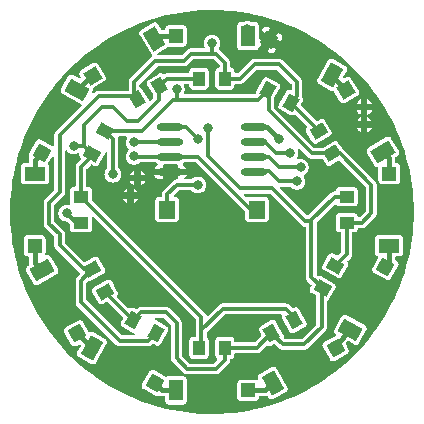
<source format=gtl>
G04 Layer: TopLayer*
G04 EasyEDA v6.5.42, 2024-03-17 11:44:53*
G04 597a10fb728243aa825b0aea125d946e,ed70181f279245e6aff80281ee7dc86a,10*
G04 Gerber Generator version 0.2*
G04 Scale: 100 percent, Rotated: No, Reflected: No *
G04 Dimensions in millimeters *
G04 leading zeros omitted , absolute positions ,4 integer and 5 decimal *
%FSLAX45Y45*%
%MOMM*%

%AMMACRO1*21,1,$1,$2,0,0,$3*%
%ADD10C,0.3000*%
%ADD11C,0.4000*%
%ADD12MACRO1,1X1.25X-149.0003*%
%ADD13R,1.4000X1.5000*%
%ADD14O,2.2500082X0.6299962*%
%ADD15MACRO1,1X1.25X151.0001*%
%ADD16MACRO1,1X1.25X120.9997*%
%ADD17R,1.2500X1.0000*%
%ADD18MACRO1,1X1.25X61.0001*%
%ADD19MACRO1,1X1.25X28.9999*%
%ADD20R,1.0000X1.2500*%
%ADD21MACRO1,1X1.25X-28.9999*%
%ADD22MACRO1,1X1.25X-61.0001*%
%ADD23MACRO1,1X1.25X-118.9999*%
%ADD24MACRO1,1.1989X1.1989X61.0000*%
%ADD25MACRO1,1.2X1.8X-29.0010*%
%ADD26MACRO1,1.1989X1.1989X30.9987*%
%ADD27MACRO1,1.2X1.8X-59.0001*%
%ADD28R,1.1989X1.1989*%
%ADD29R,1.8000X1.2000*%
%ADD30MACRO1,1.1989X1.1989X-29.0000*%
%ADD31MACRO1,1.2X1.8X-119.0004*%
%ADD32MACRO1,1.1989X1.1989X151.0000*%
%ADD33MACRO1,1.2X1.8X61.0006*%
%ADD34MACRO1,1.1989X1.1989X121.0004*%
%ADD35MACRO1,1.2X1.8X30.9995*%
%ADD36R,1.2000X1.8000*%
%ADD37MACRO1,1.1989X1.1989X-60.9995*%
%ADD38MACRO1,1.2X1.8X-151.0001*%
%ADD39MACRO1,1.1989X1.1989X-119.0006*%
%ADD40MACRO1,1.2X1.8X151.0001*%
%ADD41MACRO1,1.1989X1.1989X-151.0010*%
%ADD42MACRO1,1.2X1.8X118.9994*%
%ADD43C,0.8000*%
%ADD44C,0.0119*%

%LPD*%
G36*
X3614318Y2440533D02*
G01*
X3556304Y2441041D01*
X3498291Y2443530D01*
X3440379Y2447950D01*
X3382670Y2454351D01*
X3325215Y2462733D01*
X3268116Y2472994D01*
X3211322Y2485237D01*
X3155035Y2499410D01*
X3099257Y2515463D01*
X3044037Y2533396D01*
X2989478Y2553208D01*
X2935579Y2574899D01*
X2882493Y2598369D01*
X2830220Y2623616D01*
X2778810Y2650642D01*
X2728417Y2679395D01*
X2678938Y2709824D01*
X2630576Y2741930D01*
X2583332Y2775661D01*
X2537256Y2810967D01*
X2492400Y2847848D01*
X2448814Y2886202D01*
X2406548Y2926029D01*
X2365705Y2967228D01*
X2326233Y3009849D01*
X2288286Y3053740D01*
X2251811Y3098901D01*
X2216912Y3145282D01*
X2183587Y3192830D01*
X2151888Y3241497D01*
X2121865Y3291179D01*
X2093569Y3341878D01*
X2067001Y3393490D01*
X2042210Y3446018D01*
X2019198Y3499307D01*
X1998014Y3553358D01*
X1978660Y3608120D01*
X1961184Y3663442D01*
X1945639Y3719372D01*
X1931974Y3775811D01*
X1920189Y3832656D01*
X1910384Y3889908D01*
X1902561Y3947414D01*
X1896668Y4005173D01*
X1892706Y4063085D01*
X1890725Y4121099D01*
X1890775Y4179163D01*
X1892757Y4237228D01*
X1896668Y4295140D01*
X1902612Y4352899D01*
X1910435Y4410405D01*
X1920290Y4467606D01*
X1932025Y4524502D01*
X1945690Y4580890D01*
X1961286Y4636820D01*
X1978761Y4692192D01*
X1998116Y4746904D01*
X2019300Y4800955D01*
X2042312Y4854295D01*
X2067153Y4906772D01*
X2093722Y4958384D01*
X2122068Y5009083D01*
X2152091Y5058765D01*
X2183739Y5107381D01*
X2217115Y5154930D01*
X2252014Y5201310D01*
X2288489Y5246471D01*
X2326487Y5290362D01*
X2365959Y5332984D01*
X2406802Y5374182D01*
X2449068Y5414010D01*
X2492654Y5452364D01*
X2537510Y5489194D01*
X2583637Y5524500D01*
X2630881Y5558231D01*
X2679242Y5590336D01*
X2728671Y5620766D01*
X2779115Y5649518D01*
X2830525Y5676493D01*
X2882798Y5701741D01*
X2935935Y5725210D01*
X2989783Y5746851D01*
X3044342Y5766663D01*
X3099562Y5784596D01*
X3155391Y5800648D01*
X3211677Y5814771D01*
X3268421Y5827014D01*
X3325571Y5837275D01*
X3383026Y5845657D01*
X3440734Y5852007D01*
X3498596Y5856478D01*
X3556609Y5858916D01*
X3614674Y5859424D01*
X3672738Y5857900D01*
X3730650Y5854446D01*
X3788460Y5849061D01*
X3846068Y5841644D01*
X3903370Y5832348D01*
X3960317Y5821070D01*
X4016857Y5807862D01*
X4072890Y5792774D01*
X4128414Y5775756D01*
X4183329Y5756859D01*
X4237532Y5736132D01*
X4291025Y5713577D01*
X4343755Y5689193D01*
X4395571Y5663031D01*
X4446473Y5635142D01*
X4496460Y5605576D01*
X4545330Y5574284D01*
X4593183Y5541365D01*
X4639818Y5506821D01*
X4685334Y5470753D01*
X4729530Y5433110D01*
X4772456Y5394045D01*
X4814011Y5353507D01*
X4854194Y5311597D01*
X4892903Y5268315D01*
X4930140Y5223764D01*
X4965852Y5177993D01*
X4999939Y5131003D01*
X5032451Y5082895D01*
X5063337Y5033721D01*
X5092496Y4983530D01*
X5119928Y4932375D01*
X5145633Y4880305D01*
X5169509Y4827422D01*
X5191607Y4773726D01*
X5211876Y4719320D01*
X5230266Y4664252D01*
X5246827Y4608576D01*
X5261457Y4552391D01*
X5274157Y4495749D01*
X5284927Y4438700D01*
X5293766Y4381347D01*
X5300624Y4323689D01*
X5305552Y4265828D01*
X5308498Y4207865D01*
X5309463Y4149801D01*
X5308498Y4091736D01*
X5305501Y4033774D01*
X5300573Y3975912D01*
X5293715Y3918305D01*
X5284876Y3860901D01*
X5274056Y3803853D01*
X5261356Y3747211D01*
X5246725Y3691026D01*
X5230164Y3635400D01*
X5211775Y3580333D01*
X5191506Y3525926D01*
X5169408Y3472230D01*
X5145481Y3419348D01*
X5119776Y3367278D01*
X5092293Y3316122D01*
X5063134Y3265932D01*
X5032298Y3216757D01*
X4999786Y3168650D01*
X4965649Y3121710D01*
X4929936Y3075889D01*
X4892700Y3031388D01*
X4853940Y2988106D01*
X4813808Y2946196D01*
X4772202Y2905709D01*
X4729276Y2866593D01*
X4685030Y2829001D01*
X4639564Y2792933D01*
X4592878Y2758389D01*
X4545076Y2725470D01*
X4496155Y2694228D01*
X4446168Y2664612D01*
X4395266Y2636723D01*
X4343400Y2610612D01*
X4290720Y2586228D01*
X4237228Y2563723D01*
X4182973Y2542997D01*
X4128109Y2524099D01*
X4072585Y2507132D01*
X4016501Y2491994D01*
X3959961Y2478836D01*
X3903014Y2467559D01*
X3845712Y2458262D01*
X3788156Y2450896D01*
X3730345Y2445461D01*
X3672382Y2442006D01*
G37*

%LPC*%
G36*
X3235502Y2519476D02*
G01*
X3354476Y2519476D01*
X3360928Y2520137D01*
X3366668Y2521864D01*
X3371900Y2524658D01*
X3376523Y2528468D01*
X3380333Y2533091D01*
X3383127Y2538323D01*
X3384854Y2544064D01*
X3385515Y2550515D01*
X3385515Y2729484D01*
X3384854Y2735935D01*
X3383127Y2741625D01*
X3380333Y2746908D01*
X3376523Y2751531D01*
X3371900Y2755341D01*
X3366668Y2758135D01*
X3360928Y2759862D01*
X3354476Y2760522D01*
X3235502Y2760522D01*
X3229051Y2759862D01*
X3223310Y2758135D01*
X3217519Y2755036D01*
X3214319Y2753918D01*
X3210966Y2753969D01*
X3207766Y2755087D01*
X3108604Y2810052D01*
X3102660Y2812643D01*
X3096818Y2813862D01*
X3090875Y2813964D01*
X3084982Y2812897D01*
X3079445Y2810713D01*
X3074416Y2807462D01*
X3070148Y2803296D01*
X3066440Y2797962D01*
X3008833Y2693974D01*
X3006242Y2688031D01*
X3005023Y2682189D01*
X3004921Y2676245D01*
X3005988Y2670352D01*
X3008172Y2664815D01*
X3011424Y2659786D01*
X3015589Y2655519D01*
X3020923Y2651861D01*
X3124911Y2594203D01*
X3130854Y2591612D01*
X3136696Y2590393D01*
X3142640Y2590292D01*
X3148533Y2591358D01*
X3152952Y2593086D01*
X3156458Y2593848D01*
X3160014Y2593238D01*
X3165957Y2591206D01*
X3170123Y2590241D01*
X3174492Y2589682D01*
X3179114Y2589479D01*
X3194304Y2589479D01*
X3198215Y2588717D01*
X3201517Y2586532D01*
X3203702Y2583230D01*
X3204464Y2579319D01*
X3204464Y2550515D01*
X3205124Y2544064D01*
X3206851Y2538323D01*
X3209645Y2533091D01*
X3213455Y2528468D01*
X3218078Y2524658D01*
X3223310Y2521864D01*
X3229051Y2520137D01*
G37*
G36*
X3845560Y2549550D02*
G01*
X3964432Y2549550D01*
X3970883Y2550160D01*
X3976573Y2551887D01*
X3981856Y2554732D01*
X3986479Y2558491D01*
X3990238Y2563114D01*
X3993083Y2568397D01*
X3994810Y2574086D01*
X3995420Y2580335D01*
X3996436Y2583891D01*
X3998722Y2586837D01*
X4001871Y2588818D01*
X4005529Y2589479D01*
X4050893Y2589479D01*
X4055516Y2589682D01*
X4059783Y2590241D01*
X4062831Y2591003D01*
X4067200Y2591104D01*
X4071213Y2589326D01*
X4074109Y2586024D01*
X4077462Y2579979D01*
X4081119Y2574645D01*
X4085437Y2570480D01*
X4090415Y2567228D01*
X4096004Y2565044D01*
X4101846Y2563977D01*
X4107840Y2564079D01*
X4113682Y2565298D01*
X4119626Y2567889D01*
X4223715Y2625547D01*
X4228998Y2629255D01*
X4233164Y2633522D01*
X4236415Y2638552D01*
X4238599Y2644089D01*
X4239717Y2649982D01*
X4239615Y2655925D01*
X4238345Y2661767D01*
X4235805Y2667711D01*
X4148988Y2824276D01*
X4145330Y2829610D01*
X4141012Y2833776D01*
X4136034Y2837027D01*
X4130446Y2839212D01*
X4124604Y2840278D01*
X4118610Y2840177D01*
X4112768Y2838958D01*
X4106824Y2836367D01*
X4002786Y2778658D01*
X3997451Y2775000D01*
X3993286Y2770733D01*
X3990035Y2765704D01*
X3987850Y2760167D01*
X3986784Y2754274D01*
X3986834Y2748280D01*
X3989120Y2738272D01*
X3988511Y2734513D01*
X3986580Y2731211D01*
X3983532Y2728874D01*
X3979824Y2727858D01*
X3976014Y2728264D01*
X3970883Y2729788D01*
X3964432Y2730449D01*
X3845560Y2730449D01*
X3839108Y2729788D01*
X3833418Y2728061D01*
X3828135Y2725267D01*
X3823512Y2721457D01*
X3819702Y2716885D01*
X3816908Y2711602D01*
X3815181Y2705862D01*
X3814521Y2699461D01*
X3814521Y2580538D01*
X3815181Y2574086D01*
X3816908Y2568397D01*
X3819702Y2563114D01*
X3823512Y2558491D01*
X3828135Y2554732D01*
X3833418Y2551887D01*
X3839108Y2550160D01*
G37*
G36*
X3390341Y2774391D02*
G01*
X3631641Y2774442D01*
X3640328Y2775661D01*
X3648252Y2778302D01*
X3655618Y2782417D01*
X3662426Y2788056D01*
X3743299Y2868980D01*
X3748582Y2875991D01*
X3752342Y2883509D01*
X3754628Y2891688D01*
X3755440Y2898495D01*
X3756406Y2901797D01*
X3758387Y2904591D01*
X3761181Y2906522D01*
X3765956Y2907588D01*
X3771696Y2909366D01*
X3776929Y2912160D01*
X3781551Y2915970D01*
X3785362Y2920542D01*
X3788156Y2925826D01*
X3789883Y2931515D01*
X3790543Y2937967D01*
X3790543Y2944317D01*
X3791305Y2948178D01*
X3793490Y2951480D01*
X3796792Y2953715D01*
X3800703Y2954477D01*
X3978757Y2954528D01*
X3987444Y2955696D01*
X3995369Y2958388D01*
X4002684Y2962452D01*
X4009542Y2968142D01*
X4061917Y3020568D01*
X4064762Y3022549D01*
X4068064Y3023463D01*
X4071467Y3023260D01*
X4076395Y3020771D01*
X4081932Y3018536D01*
X4087825Y3017469D01*
X4093768Y3017570D01*
X4099610Y3018840D01*
X4105554Y3021380D01*
X4124045Y3031642D01*
X4128211Y3032861D01*
X4132529Y3032252D01*
X4136186Y3029915D01*
X4169511Y2996590D01*
X4176471Y2991307D01*
X4183989Y2987548D01*
X4192066Y2985262D01*
X4200855Y2984449D01*
X4381703Y2984500D01*
X4390390Y2985719D01*
X4398314Y2988360D01*
X4405680Y2992475D01*
X4412488Y2998114D01*
X4563465Y3149142D01*
X4568748Y3156153D01*
X4572508Y3163671D01*
X4574794Y3171748D01*
X4575606Y3180537D01*
X4575606Y3393490D01*
X4576165Y3396843D01*
X4577791Y3399790D01*
X4580280Y3402076D01*
X4586173Y3405886D01*
X4590440Y3410000D01*
X4594148Y3415334D01*
X4642154Y3501948D01*
X4644694Y3507892D01*
X4645964Y3513734D01*
X4646066Y3519678D01*
X4644948Y3525570D01*
X4642764Y3531108D01*
X4639513Y3536137D01*
X4635347Y3540404D01*
X4630064Y3544062D01*
X4521606Y3604209D01*
X4515662Y3606749D01*
X4509820Y3608019D01*
X4499711Y3607866D01*
X4496612Y3608882D01*
X4493971Y3610762D01*
X4488383Y3616299D01*
X4486198Y3619601D01*
X4485436Y3623513D01*
X4485436Y4056938D01*
X4486198Y4060850D01*
X4488383Y4064152D01*
X4637532Y4213250D01*
X4641037Y4215536D01*
X4645202Y4216196D01*
X4649266Y4215130D01*
X4652568Y4212488D01*
X4655921Y4208373D01*
X4660544Y4204563D01*
X4665827Y4201769D01*
X4671517Y4200042D01*
X4677968Y4199382D01*
X4801971Y4199382D01*
X4808423Y4200042D01*
X4814112Y4201769D01*
X4819396Y4204563D01*
X4824018Y4208373D01*
X4827778Y4212996D01*
X4830622Y4218279D01*
X4832350Y4223969D01*
X4832959Y4230420D01*
X4832959Y4329430D01*
X4832350Y4335830D01*
X4830622Y4341571D01*
X4827778Y4346854D01*
X4824018Y4351426D01*
X4819396Y4355236D01*
X4814112Y4358030D01*
X4808423Y4359808D01*
X4801971Y4360418D01*
X4677968Y4360418D01*
X4671517Y4359808D01*
X4665827Y4358030D01*
X4660544Y4355236D01*
X4655921Y4351426D01*
X4652162Y4346854D01*
X4649317Y4341571D01*
X4647590Y4335830D01*
X4647488Y4334510D01*
X4646066Y4330242D01*
X4642967Y4326991D01*
X4638751Y4325416D01*
X4629404Y4324146D01*
X4621479Y4321505D01*
X4614113Y4317390D01*
X4607306Y4311751D01*
X4417110Y4121556D01*
X4413808Y4119372D01*
X4409948Y4118610D01*
X4406036Y4119372D01*
X4402785Y4121556D01*
X4177182Y4347159D01*
X4174998Y4350410D01*
X4174236Y4354322D01*
X4174998Y4358233D01*
X4177182Y4361484D01*
X4180484Y4363720D01*
X4184396Y4364482D01*
X4261764Y4364482D01*
X4266031Y4363567D01*
X4278579Y4353001D01*
X4287977Y4347210D01*
X4298188Y4342993D01*
X4308957Y4340402D01*
X4319981Y4339539D01*
X4331004Y4340402D01*
X4341774Y4342993D01*
X4351985Y4347210D01*
X4361434Y4353001D01*
X4369816Y4360164D01*
X4377029Y4368596D01*
X4382770Y4377994D01*
X4387037Y4388205D01*
X4389577Y4398975D01*
X4390491Y4409998D01*
X4389577Y4421022D01*
X4387037Y4431792D01*
X4382770Y4442002D01*
X4376521Y4452213D01*
X4375048Y4456328D01*
X4375505Y4460646D01*
X4377690Y4464405D01*
X4391406Y4472990D01*
X4399838Y4480153D01*
X4407001Y4488586D01*
X4412792Y4497984D01*
X4417009Y4508246D01*
X4419600Y4518964D01*
X4420463Y4529988D01*
X4419600Y4541012D01*
X4417009Y4551781D01*
X4412792Y4561992D01*
X4407001Y4571441D01*
X4399838Y4579823D01*
X4391406Y4587036D01*
X4382008Y4592777D01*
X4371746Y4597044D01*
X4361027Y4599584D01*
X4350004Y4600498D01*
X4338980Y4599584D01*
X4330649Y4597603D01*
X4326686Y4597450D01*
X4322927Y4598822D01*
X4320032Y4601514D01*
X4318355Y4605121D01*
X4318203Y4609084D01*
X4319574Y4612792D01*
X4322775Y4618024D01*
X4327042Y4628235D01*
X4329582Y4638954D01*
X4330446Y4649978D01*
X4329582Y4661001D01*
X4326940Y4672076D01*
X4326890Y4676394D01*
X4328617Y4680407D01*
X4331868Y4683302D01*
X4336034Y4684572D01*
X4340352Y4683963D01*
X4344009Y4681626D01*
X4413453Y4612233D01*
X4420463Y4606950D01*
X4427982Y4603191D01*
X4436008Y4600905D01*
X4444847Y4600092D01*
X4529632Y4600092D01*
X4533036Y4599482D01*
X4536084Y4597806D01*
X4538319Y4595164D01*
X4562297Y4555286D01*
X4566158Y4550054D01*
X4570577Y4546041D01*
X4575708Y4542993D01*
X4581347Y4541012D01*
X4587240Y4540148D01*
X4593234Y4540402D01*
X4599025Y4541875D01*
X4604867Y4544669D01*
X4670552Y4584141D01*
X4674768Y4585512D01*
X4679188Y4585004D01*
X4682947Y4582617D01*
X4901488Y4364126D01*
X4903673Y4360824D01*
X4904435Y4356912D01*
X4904435Y4163009D01*
X4903673Y4159097D01*
X4901488Y4155795D01*
X4854092Y4108399D01*
X4850790Y4106214D01*
X4846878Y4105452D01*
X4842560Y4105452D01*
X4838903Y4106113D01*
X4835753Y4108094D01*
X4833518Y4111040D01*
X4832350Y4115866D01*
X4830622Y4121556D01*
X4827778Y4126839D01*
X4824018Y4131462D01*
X4819396Y4135221D01*
X4814112Y4138066D01*
X4808423Y4139793D01*
X4801971Y4140403D01*
X4677968Y4140403D01*
X4671517Y4139793D01*
X4665827Y4138066D01*
X4660544Y4135221D01*
X4655921Y4131462D01*
X4652162Y4126839D01*
X4649317Y4121556D01*
X4647590Y4115866D01*
X4646980Y4109415D01*
X4646980Y4010406D01*
X4647590Y4003954D01*
X4649317Y3998264D01*
X4652162Y3992981D01*
X4655921Y3988358D01*
X4660544Y3984599D01*
X4665827Y3981754D01*
X4671517Y3980027D01*
X4677968Y3979418D01*
X4684318Y3979418D01*
X4688230Y3978656D01*
X4691481Y3976420D01*
X4693716Y3973118D01*
X4694478Y3969258D01*
X4694478Y3815740D01*
X4693716Y3811828D01*
X4691481Y3808526D01*
X4666691Y3783736D01*
X4663033Y3781399D01*
X4658715Y3780790D01*
X4654550Y3782009D01*
X4628235Y3796639D01*
X4622292Y3799179D01*
X4616450Y3800449D01*
X4610506Y3800551D01*
X4604613Y3799433D01*
X4599076Y3797249D01*
X4594047Y3793998D01*
X4589780Y3789832D01*
X4586122Y3784549D01*
X4538116Y3697935D01*
X4535525Y3691991D01*
X4534255Y3686149D01*
X4534204Y3680206D01*
X4535271Y3674313D01*
X4537456Y3668776D01*
X4540707Y3663746D01*
X4544872Y3659479D01*
X4550206Y3655771D01*
X4658664Y3595674D01*
X4664608Y3593084D01*
X4670399Y3591864D01*
X4676394Y3591763D01*
X4682286Y3592829D01*
X4687824Y3595014D01*
X4692853Y3598265D01*
X4697120Y3602431D01*
X4700778Y3607765D01*
X4748784Y3694328D01*
X4751374Y3700272D01*
X4752594Y3706114D01*
X4752695Y3712108D01*
X4751628Y3717950D01*
X4749444Y3723538D01*
X4746955Y3728415D01*
X4746752Y3731869D01*
X4747666Y3735171D01*
X4749647Y3737965D01*
X4773371Y3761740D01*
X4778654Y3768750D01*
X4782362Y3776268D01*
X4784699Y3784295D01*
X4785512Y3793134D01*
X4785512Y3969258D01*
X4786274Y3973118D01*
X4788458Y3976420D01*
X4791760Y3978656D01*
X4795672Y3979418D01*
X4801971Y3979418D01*
X4808423Y3980027D01*
X4814112Y3981754D01*
X4819396Y3984599D01*
X4824018Y3988358D01*
X4827778Y3992981D01*
X4830622Y3998264D01*
X4832350Y4003954D01*
X4833518Y4008831D01*
X4835753Y4011777D01*
X4838954Y4013758D01*
X4842611Y4014419D01*
X4871669Y4014470D01*
X4880356Y4015689D01*
X4888280Y4018330D01*
X4895646Y4022445D01*
X4902454Y4028084D01*
X4983327Y4109008D01*
X4988610Y4116019D01*
X4992370Y4123537D01*
X4994656Y4131614D01*
X4995468Y4140403D01*
X4995418Y4381703D01*
X4994198Y4390390D01*
X4991557Y4398314D01*
X4987442Y4405680D01*
X4981803Y4412488D01*
X4715205Y4679035D01*
X4708144Y4684369D01*
X4701540Y4687722D01*
X4699203Y4689348D01*
X4697425Y4691532D01*
X4670755Y4735931D01*
X4666894Y4741113D01*
X4662474Y4745126D01*
X4657344Y4748174D01*
X4651756Y4750206D01*
X4645812Y4751070D01*
X4639868Y4750765D01*
X4634077Y4749292D01*
X4628235Y4746548D01*
X4538370Y4692548D01*
X4535881Y4691481D01*
X4533138Y4691126D01*
X4467453Y4691126D01*
X4463542Y4691888D01*
X4460240Y4694072D01*
X4128465Y5025847D01*
X4126280Y5029149D01*
X4125518Y5033060D01*
X4125518Y5107940D01*
X4125823Y5110530D01*
X4126788Y5112867D01*
X4174236Y5198567D01*
X4176826Y5204510D01*
X4178096Y5210352D01*
X4178147Y5216296D01*
X4177080Y5222189D01*
X4174896Y5227726D01*
X4171645Y5232755D01*
X4167479Y5237022D01*
X4162196Y5240731D01*
X4075582Y5288686D01*
X4069638Y5291277D01*
X4063796Y5292547D01*
X4057853Y5292598D01*
X4051960Y5291531D01*
X4046423Y5289346D01*
X4041394Y5286095D01*
X4037126Y5281930D01*
X4033418Y5276596D01*
X3973322Y5168188D01*
X3970731Y5162245D01*
X3968648Y5151729D01*
X3966464Y5148478D01*
X3963162Y5146344D01*
X3959301Y5145582D01*
X3372865Y5145582D01*
X3368954Y5146344D01*
X3365652Y5148529D01*
X3363468Y5151831D01*
X3362706Y5155742D01*
X3363468Y5159603D01*
X3367024Y5168239D01*
X3369614Y5179009D01*
X3370478Y5190032D01*
X3369614Y5201056D01*
X3367024Y5211775D01*
X3363468Y5220360D01*
X3362706Y5224221D01*
X3363468Y5228132D01*
X3365703Y5231434D01*
X3369005Y5233619D01*
X3372865Y5234381D01*
X3399332Y5234381D01*
X3403244Y5233619D01*
X3406546Y5231434D01*
X3408730Y5228132D01*
X3409492Y5224221D01*
X3409492Y5217871D01*
X3410153Y5211419D01*
X3411880Y5205730D01*
X3414674Y5200446D01*
X3418484Y5195874D01*
X3423107Y5192064D01*
X3428339Y5189270D01*
X3434079Y5187492D01*
X3440531Y5186883D01*
X3539540Y5186883D01*
X3545941Y5187492D01*
X3551682Y5189270D01*
X3556965Y5192064D01*
X3561537Y5195874D01*
X3565347Y5200446D01*
X3568141Y5205730D01*
X3569868Y5211419D01*
X3570528Y5217871D01*
X3570528Y5341874D01*
X3569868Y5348325D01*
X3568141Y5354066D01*
X3565347Y5359298D01*
X3561537Y5363921D01*
X3556965Y5367731D01*
X3551682Y5370525D01*
X3545941Y5372252D01*
X3539540Y5372912D01*
X3440531Y5372912D01*
X3434079Y5372252D01*
X3428339Y5370525D01*
X3423107Y5367731D01*
X3418484Y5363921D01*
X3414674Y5359298D01*
X3411880Y5354066D01*
X3410153Y5348325D01*
X3409492Y5341874D01*
X3409492Y5335574D01*
X3408730Y5331663D01*
X3406546Y5328361D01*
X3403244Y5326176D01*
X3399332Y5325414D01*
X3215792Y5325364D01*
X3207004Y5324144D01*
X3201212Y5322366D01*
X3194405Y5318963D01*
X3190494Y5317896D01*
X3186531Y5318455D01*
X3177946Y5323535D01*
X3172358Y5325516D01*
X3166414Y5326380D01*
X3160471Y5326126D01*
X3154680Y5324652D01*
X3148838Y5321858D01*
X3063951Y5270855D01*
X3058769Y5266994D01*
X3054756Y5262575D01*
X3051708Y5257444D01*
X3049676Y5251856D01*
X3048812Y5245912D01*
X3049117Y5239969D01*
X3050590Y5234178D01*
X3053384Y5228336D01*
X3103168Y5145481D01*
X3104235Y5142941D01*
X3104591Y5140248D01*
X3104591Y5123129D01*
X3103829Y5119217D01*
X3101644Y5115915D01*
X3079851Y5094173D01*
X3076854Y5092090D01*
X3073298Y5091226D01*
X3069640Y5091684D01*
X3066389Y5093411D01*
X3064002Y5096154D01*
X3002788Y5197957D01*
X2998927Y5203139D01*
X2994507Y5207152D01*
X2990494Y5209540D01*
X2987852Y5211826D01*
X2986176Y5214823D01*
X2985566Y5218277D01*
X2985566Y5226913D01*
X2986328Y5230774D01*
X2988513Y5234076D01*
X3135782Y5381498D01*
X3139084Y5383733D01*
X3142945Y5384495D01*
X3361537Y5384546D01*
X3370224Y5385714D01*
X3378200Y5388406D01*
X3385515Y5392470D01*
X3392373Y5398109D01*
X3435908Y5441492D01*
X3439210Y5443677D01*
X3443122Y5444439D01*
X3606850Y5444439D01*
X3610762Y5443677D01*
X3614064Y5441492D01*
X3661460Y5394096D01*
X3663645Y5390794D01*
X3664407Y5386882D01*
X3664407Y5382514D01*
X3663746Y5378856D01*
X3661765Y5375656D01*
X3658819Y5373420D01*
X3654094Y5372252D01*
X3648354Y5370525D01*
X3643071Y5367731D01*
X3638499Y5363921D01*
X3634689Y5359298D01*
X3631895Y5354066D01*
X3630168Y5348325D01*
X3629507Y5341874D01*
X3629507Y5217871D01*
X3630168Y5211419D01*
X3631895Y5205730D01*
X3634689Y5200446D01*
X3638499Y5195874D01*
X3643071Y5192064D01*
X3648354Y5189270D01*
X3654094Y5187492D01*
X3660495Y5186883D01*
X3759504Y5186883D01*
X3765956Y5187492D01*
X3771696Y5189270D01*
X3776929Y5192064D01*
X3781551Y5195874D01*
X3785362Y5200446D01*
X3788156Y5205730D01*
X3789883Y5211419D01*
X3790543Y5217871D01*
X3790543Y5224221D01*
X3791305Y5228132D01*
X3793490Y5231434D01*
X3796792Y5233619D01*
X3800703Y5234381D01*
X3841699Y5234432D01*
X3850386Y5235651D01*
X3858310Y5238292D01*
X3865676Y5242407D01*
X3872484Y5248046D01*
X3975963Y5351576D01*
X3979265Y5353761D01*
X3983177Y5354523D01*
X4146854Y5354523D01*
X4150766Y5353761D01*
X4154068Y5351576D01*
X4271568Y5234076D01*
X4273753Y5230774D01*
X4274515Y5226862D01*
X4274515Y5194503D01*
X4273550Y5190134D01*
X4270756Y5186629D01*
X4266742Y5184648D01*
X4262221Y5184597D01*
X4256227Y5185867D01*
X4250232Y5185968D01*
X4244390Y5184902D01*
X4238802Y5182666D01*
X4233824Y5179466D01*
X4229506Y5175300D01*
X4225848Y5169966D01*
X4165752Y5061508D01*
X4163161Y5055565D01*
X4161891Y5049723D01*
X4161840Y5043779D01*
X4162907Y5037886D01*
X4165092Y5032349D01*
X4168343Y5027320D01*
X4172508Y5023053D01*
X4177792Y5019344D01*
X4264406Y4971338D01*
X4270349Y4968798D01*
X4276191Y4967528D01*
X4282135Y4967427D01*
X4288028Y4968494D01*
X4293565Y4970729D01*
X4298492Y4973218D01*
X4301947Y4973421D01*
X4305249Y4972507D01*
X4308043Y4970526D01*
X4400296Y4878273D01*
X4402429Y4875123D01*
X4403242Y4871364D01*
X4402632Y4867554D01*
X4400600Y4864303D01*
X4399432Y4862982D01*
X4396333Y4857851D01*
X4394352Y4852212D01*
X4393488Y4846320D01*
X4393793Y4840325D01*
X4395216Y4834534D01*
X4398010Y4828692D01*
X4449013Y4743856D01*
X4452874Y4738624D01*
X4457293Y4734661D01*
X4462424Y4731562D01*
X4468063Y4729581D01*
X4473956Y4728718D01*
X4479899Y4729022D01*
X4485690Y4730445D01*
X4491532Y4733239D01*
X4597857Y4797094D01*
X4603038Y4800955D01*
X4607052Y4805375D01*
X4610100Y4810506D01*
X4612132Y4816144D01*
X4612995Y4822037D01*
X4612690Y4828032D01*
X4611217Y4833823D01*
X4608474Y4839665D01*
X4557471Y4924501D01*
X4553610Y4929682D01*
X4549190Y4933696D01*
X4544060Y4936794D01*
X4538421Y4938776D01*
X4532528Y4939639D01*
X4526534Y4939334D01*
X4520742Y4937912D01*
X4514900Y4935118D01*
X4494987Y4923180D01*
X4490770Y4921758D01*
X4486351Y4922316D01*
X4482592Y4924704D01*
X4353814Y5053482D01*
X4351477Y5057140D01*
X4350867Y5061458D01*
X4352086Y5065572D01*
X4366666Y5091887D01*
X4369257Y5097830D01*
X4370476Y5103672D01*
X4370578Y5109667D01*
X4369511Y5115509D01*
X4365701Y5124450D01*
X4365396Y5127650D01*
X4365548Y5130800D01*
X4365498Y5251653D01*
X4364278Y5260340D01*
X4361637Y5268264D01*
X4357522Y5275630D01*
X4351883Y5282438D01*
X4200804Y5433415D01*
X4193844Y5438698D01*
X4186326Y5442458D01*
X4178249Y5444744D01*
X4169460Y5445556D01*
X3958386Y5445506D01*
X3949700Y5444286D01*
X3941775Y5441645D01*
X3934409Y5437530D01*
X3927601Y5431891D01*
X3824122Y5328361D01*
X3820820Y5326176D01*
X3816908Y5325414D01*
X3800703Y5325414D01*
X3796792Y5326176D01*
X3793490Y5328361D01*
X3791305Y5331663D01*
X3790543Y5335574D01*
X3790543Y5341874D01*
X3789883Y5348325D01*
X3788156Y5354066D01*
X3785362Y5359298D01*
X3781551Y5363921D01*
X3776929Y5367731D01*
X3771696Y5370525D01*
X3765956Y5372252D01*
X3761028Y5373420D01*
X3758082Y5375706D01*
X3756101Y5378856D01*
X3755440Y5382514D01*
X3755390Y5411673D01*
X3754170Y5420360D01*
X3751529Y5428284D01*
X3747414Y5435650D01*
X3741775Y5442458D01*
X3662375Y5521858D01*
X3658717Y5524957D01*
X3656482Y5527700D01*
X3655263Y5531053D01*
X3655364Y5534660D01*
X3656634Y5538012D01*
X3662781Y5548020D01*
X3666998Y5558231D01*
X3669588Y5568950D01*
X3670452Y5579973D01*
X3669588Y5591048D01*
X3666998Y5601766D01*
X3662781Y5611977D01*
X3656990Y5621426D01*
X3649827Y5629808D01*
X3641394Y5637022D01*
X3631996Y5642813D01*
X3621786Y5647029D01*
X3611016Y5649620D01*
X3599992Y5650484D01*
X3588969Y5649620D01*
X3578199Y5647029D01*
X3567988Y5642813D01*
X3558590Y5637022D01*
X3550158Y5629808D01*
X3542995Y5621426D01*
X3537204Y5611977D01*
X3532987Y5601766D01*
X3530396Y5591048D01*
X3529533Y5579973D01*
X3530396Y5568950D01*
X3532987Y5558231D01*
X3536594Y5549493D01*
X3537356Y5545632D01*
X3536594Y5541721D01*
X3534359Y5538419D01*
X3531057Y5536234D01*
X3527196Y5535472D01*
X3418484Y5535422D01*
X3409797Y5534253D01*
X3401822Y5531561D01*
X3394506Y5527497D01*
X3387648Y5521858D01*
X3344113Y5478475D01*
X3340811Y5476290D01*
X3336899Y5475528D01*
X3146450Y5475528D01*
X3142183Y5476443D01*
X3138728Y5479084D01*
X3136646Y5482945D01*
X3136442Y5487314D01*
X3138017Y5491378D01*
X3141218Y5494375D01*
X3224631Y5544515D01*
X3229254Y5547715D01*
X3231997Y5549087D01*
X3235045Y5549544D01*
X3354425Y5549544D01*
X3360877Y5550154D01*
X3366566Y5551881D01*
X3371850Y5554726D01*
X3376472Y5558485D01*
X3380282Y5563108D01*
X3383076Y5568391D01*
X3384804Y5574080D01*
X3385464Y5580532D01*
X3385464Y5699455D01*
X3384804Y5705856D01*
X3383076Y5711596D01*
X3380282Y5716879D01*
X3376472Y5721451D01*
X3371850Y5725261D01*
X3366566Y5728055D01*
X3360877Y5729782D01*
X3354425Y5730443D01*
X3235553Y5730443D01*
X3229102Y5729782D01*
X3223412Y5728055D01*
X3218129Y5725261D01*
X3213506Y5721451D01*
X3209747Y5716879D01*
X3206902Y5711596D01*
X3205175Y5705856D01*
X3204565Y5699658D01*
X3203549Y5696102D01*
X3201263Y5693105D01*
X3198114Y5691174D01*
X3194456Y5690514D01*
X3178657Y5690514D01*
X3175254Y5691073D01*
X3172206Y5692800D01*
X3169970Y5695442D01*
X3142894Y5740400D01*
X3139033Y5745581D01*
X3134614Y5749594D01*
X3129483Y5752693D01*
X3123895Y5754674D01*
X3117951Y5755538D01*
X3112008Y5755233D01*
X3106216Y5753811D01*
X3100374Y5751017D01*
X2998368Y5689752D01*
X2993186Y5685891D01*
X2989173Y5681421D01*
X2986074Y5676290D01*
X2984093Y5670702D01*
X2983230Y5664809D01*
X2983534Y5658815D01*
X2984957Y5653024D01*
X2987751Y5647182D01*
X3079953Y5493766D01*
X3083814Y5488533D01*
X3088233Y5484571D01*
X3091281Y5482742D01*
X3094177Y5480151D01*
X3095904Y5476697D01*
X3096158Y5472836D01*
X3095040Y5469178D01*
X3092602Y5466181D01*
X3087370Y5461812D01*
X2906674Y5280863D01*
X2901391Y5273852D01*
X2897632Y5266334D01*
X2895346Y5258257D01*
X2894533Y5249468D01*
X2894533Y5185714D01*
X2893771Y5181803D01*
X2891586Y5178501D01*
X2888284Y5176316D01*
X2884373Y5175554D01*
X2638348Y5175504D01*
X2629662Y5174284D01*
X2621737Y5171643D01*
X2614422Y5167579D01*
X2607564Y5161889D01*
X2601010Y5155336D01*
X2597556Y5153050D01*
X2593492Y5152390D01*
X2589479Y5153355D01*
X2586177Y5155844D01*
X2584145Y5159400D01*
X2583738Y5163515D01*
X2584958Y5167426D01*
X2592120Y5180380D01*
X2594660Y5186324D01*
X2595930Y5192166D01*
X2595981Y5196230D01*
X2596642Y5199634D01*
X2598318Y5202580D01*
X2600909Y5204815D01*
X2686100Y5255971D01*
X2691282Y5259832D01*
X2695295Y5264251D01*
X2698343Y5269382D01*
X2700375Y5275021D01*
X2701239Y5280914D01*
X2700934Y5286908D01*
X2699461Y5292699D01*
X2696718Y5298541D01*
X2635453Y5400446D01*
X2631592Y5405628D01*
X2627172Y5409641D01*
X2622042Y5412689D01*
X2616454Y5414721D01*
X2610510Y5415584D01*
X2604566Y5415280D01*
X2598775Y5413806D01*
X2592933Y5411063D01*
X2491028Y5349798D01*
X2485847Y5345938D01*
X2481834Y5341518D01*
X2478735Y5336387D01*
X2476754Y5330799D01*
X2475890Y5324856D01*
X2476195Y5318912D01*
X2477617Y5313121D01*
X2480411Y5307279D01*
X2486304Y5297474D01*
X2487676Y5293258D01*
X2487117Y5288838D01*
X2483916Y5284216D01*
X2480259Y5281879D01*
X2475941Y5281269D01*
X2471775Y5282539D01*
X2423464Y5309311D01*
X2417521Y5311851D01*
X2411679Y5313121D01*
X2405735Y5313222D01*
X2399842Y5312156D01*
X2394305Y5309920D01*
X2389276Y5306720D01*
X2385009Y5302554D01*
X2381300Y5297220D01*
X2323592Y5193131D01*
X2321052Y5187188D01*
X2319782Y5181346D01*
X2319680Y5175402D01*
X2320798Y5169509D01*
X2322982Y5163972D01*
X2326233Y5158943D01*
X2330399Y5154676D01*
X2335682Y5150967D01*
X2491740Y5064506D01*
X2494635Y5062118D01*
X2496464Y5058816D01*
X2496972Y5055158D01*
X2496108Y5051501D01*
X2494026Y5048402D01*
X2276500Y4830978D01*
X2271217Y4824018D01*
X2267458Y4816500D01*
X2265172Y4808423D01*
X2264359Y4799634D01*
X2264359Y4717237D01*
X2263495Y4713122D01*
X2261057Y4709718D01*
X2257450Y4707585D01*
X2253284Y4707128D01*
X2249271Y4708347D01*
X2153970Y4761179D01*
X2148027Y4763719D01*
X2142236Y4764989D01*
X2136241Y4765090D01*
X2130348Y4764024D01*
X2124811Y4761788D01*
X2119782Y4758537D01*
X2115515Y4754422D01*
X2111857Y4749088D01*
X2054199Y4645101D01*
X2051608Y4639157D01*
X2050389Y4633315D01*
X2050288Y4627321D01*
X2051354Y4621479D01*
X2053132Y4617059D01*
X2053843Y4613503D01*
X2053234Y4609947D01*
X2051202Y4604004D01*
X2050237Y4599889D01*
X2049678Y4595520D01*
X2049475Y4590897D01*
X2049475Y4575657D01*
X2048713Y4571796D01*
X2046528Y4568494D01*
X2043226Y4566259D01*
X2039315Y4565497D01*
X2010511Y4565497D01*
X2004060Y4564888D01*
X1998319Y4563110D01*
X1993087Y4560316D01*
X1988464Y4556556D01*
X1984654Y4551934D01*
X1981860Y4546650D01*
X1980133Y4540961D01*
X1979472Y4534509D01*
X1979472Y4415485D01*
X1980133Y4409033D01*
X1981860Y4403344D01*
X1984654Y4398060D01*
X1988464Y4393438D01*
X1993087Y4389678D01*
X1998319Y4386834D01*
X2004060Y4385106D01*
X2010511Y4384497D01*
X2189480Y4384497D01*
X2195931Y4385106D01*
X2201672Y4386834D01*
X2206904Y4389678D01*
X2211527Y4393438D01*
X2215337Y4398060D01*
X2218131Y4403344D01*
X2219858Y4409033D01*
X2220518Y4415485D01*
X2220518Y4534509D01*
X2219858Y4540961D01*
X2218131Y4546650D01*
X2215032Y4552492D01*
X2213965Y4555693D01*
X2213965Y4559046D01*
X2215083Y4562195D01*
X2245309Y4616754D01*
X2248255Y4620056D01*
X2252319Y4621784D01*
X2256739Y4621631D01*
X2260701Y4619650D01*
X2263394Y4616145D01*
X2264359Y4611827D01*
X2264359Y4342892D01*
X2263597Y4338980D01*
X2261362Y4335678D01*
X2186584Y4261002D01*
X2181301Y4254042D01*
X2177542Y4246524D01*
X2175256Y4238447D01*
X2174443Y4229658D01*
X2174494Y4048302D01*
X2175713Y4039615D01*
X2178354Y4031691D01*
X2182469Y4024325D01*
X2188108Y4017518D01*
X2261412Y3944264D01*
X2263597Y3940962D01*
X2264359Y3937050D01*
X2264410Y3868165D01*
X2265629Y3859529D01*
X2268321Y3851554D01*
X2272385Y3844239D01*
X2278024Y3837432D01*
X2478633Y3637076D01*
X2480818Y3633825D01*
X2481580Y3629914D01*
X2480818Y3626002D01*
X2478633Y3622751D01*
X2456586Y3600602D01*
X2451303Y3593642D01*
X2447544Y3586124D01*
X2445258Y3578047D01*
X2444445Y3569258D01*
X2444496Y3388156D01*
X2445715Y3379470D01*
X2448356Y3371545D01*
X2452471Y3364179D01*
X2458110Y3357372D01*
X2789021Y3026562D01*
X2795981Y3021279D01*
X2803499Y3017520D01*
X2811576Y3015234D01*
X2820365Y3014421D01*
X3061157Y3014472D01*
X3069844Y3015691D01*
X3077768Y3018332D01*
X3085236Y3022498D01*
X3090214Y3026410D01*
X3093872Y3030016D01*
X3097530Y3032353D01*
X3101797Y3032912D01*
X3105912Y3031642D01*
X3124454Y3021380D01*
X3130397Y3018840D01*
X3136239Y3017570D01*
X3142234Y3017469D01*
X3148076Y3018536D01*
X3153613Y3020771D01*
X3158642Y3023971D01*
X3162960Y3028137D01*
X3166618Y3033471D01*
X3226714Y3141929D01*
X3229305Y3147872D01*
X3230575Y3153714D01*
X3230626Y3159658D01*
X3229559Y3165551D01*
X3227374Y3171088D01*
X3224123Y3176117D01*
X3219958Y3180384D01*
X3214624Y3184093D01*
X3128060Y3232099D01*
X3121355Y3234994D01*
X3118104Y3237230D01*
X3115970Y3240532D01*
X3115259Y3244392D01*
X3116021Y3248253D01*
X3118256Y3251504D01*
X3121507Y3253689D01*
X3125419Y3254451D01*
X3186988Y3254451D01*
X3190900Y3253689D01*
X3194202Y3251504D01*
X3251504Y3194202D01*
X3253689Y3190900D01*
X3254451Y3186988D01*
X3254502Y2908401D01*
X3255721Y2899714D01*
X3258362Y2891790D01*
X3262426Y2884424D01*
X3268065Y2877616D01*
X3358997Y2786532D01*
X3365957Y2781249D01*
X3373475Y2777490D01*
X3381552Y2775204D01*
G37*
G36*
X2594610Y2859684D02*
G01*
X2600452Y2860802D01*
X2606040Y2862986D01*
X2611018Y2866237D01*
X2615336Y2870352D01*
X2618994Y2875686D01*
X2705760Y3032252D01*
X2708351Y3038195D01*
X2709621Y3044037D01*
X2709672Y3050032D01*
X2708605Y3055874D01*
X2706420Y3061411D01*
X2703169Y3066440D01*
X2699004Y3070758D01*
X2693670Y3074416D01*
X2589631Y3132124D01*
X2583688Y3134664D01*
X2577846Y3135934D01*
X2571851Y3136036D01*
X2561539Y3133902D01*
X2557932Y3134461D01*
X2554782Y3136290D01*
X2552496Y3139135D01*
X2508148Y3219094D01*
X2504490Y3224428D01*
X2500172Y3228543D01*
X2495194Y3231794D01*
X2489606Y3233978D01*
X2483764Y3235096D01*
X2477770Y3234994D01*
X2471928Y3233724D01*
X2465984Y3231184D01*
X2361996Y3173526D01*
X2356713Y3169869D01*
X2352548Y3165551D01*
X2349296Y3160572D01*
X2347112Y3154984D01*
X2345994Y3149142D01*
X2346096Y3143148D01*
X2347366Y3137306D01*
X2349906Y3131362D01*
X2407564Y3027375D01*
X2411272Y3022041D01*
X2415540Y3017926D01*
X2420569Y3014675D01*
X2426106Y3012490D01*
X2431948Y3011373D01*
X2437942Y3011474D01*
X2443784Y3012744D01*
X2449728Y3015284D01*
X2471724Y3027527D01*
X2475890Y3028746D01*
X2480208Y3028137D01*
X2483866Y3025800D01*
X2485745Y3023920D01*
X2488133Y3020263D01*
X2488692Y3015945D01*
X2487472Y3011779D01*
X2460701Y2963468D01*
X2458110Y2957525D01*
X2456840Y2951683D01*
X2456789Y2945688D01*
X2457856Y2939846D01*
X2460040Y2934309D01*
X2463292Y2929280D01*
X2467457Y2924962D01*
X2472791Y2921304D01*
X2576830Y2863596D01*
X2582773Y2861056D01*
X2588615Y2859786D01*
G37*
G36*
X4620869Y2885998D02*
G01*
X4626813Y2886100D01*
X4632655Y2887370D01*
X4638598Y2889910D01*
X4742586Y2947568D01*
X4747920Y2951226D01*
X4752086Y2955544D01*
X4755337Y2960522D01*
X4757521Y2966110D01*
X4758588Y2971952D01*
X4758486Y2977946D01*
X4757267Y2983788D01*
X4754676Y2989732D01*
X4731766Y3031032D01*
X4730546Y3035198D01*
X4731156Y3039516D01*
X4733493Y3043174D01*
X4746091Y3055772D01*
X4749749Y3058109D01*
X4754016Y3058718D01*
X4758182Y3057448D01*
X4806543Y3030677D01*
X4812487Y3028086D01*
X4818278Y3026867D01*
X4824272Y3026765D01*
X4830165Y3027832D01*
X4835702Y3030016D01*
X4840732Y3033268D01*
X4844999Y3037433D01*
X4848656Y3042767D01*
X4906365Y3146856D01*
X4908956Y3152800D01*
X4910175Y3158642D01*
X4910277Y3164586D01*
X4909210Y3170478D01*
X4907026Y3176016D01*
X4903774Y3181045D01*
X4899609Y3185312D01*
X4894275Y3189020D01*
X4737709Y3275787D01*
X4731766Y3278327D01*
X4725924Y3279597D01*
X4719980Y3279698D01*
X4714087Y3278632D01*
X4708550Y3276396D01*
X4703521Y3273196D01*
X4699254Y3269030D01*
X4695596Y3263696D01*
X4637887Y3159607D01*
X4635296Y3153664D01*
X4634077Y3147822D01*
X4633976Y3141878D01*
X4635042Y3135985D01*
X4637227Y3130448D01*
X4640478Y3125419D01*
X4644644Y3121152D01*
X4648047Y3118764D01*
X4650892Y3115818D01*
X4652314Y3111957D01*
X4652111Y3107893D01*
X4650333Y3104184D01*
X4647184Y3101543D01*
X4550918Y3048152D01*
X4545584Y3044494D01*
X4541418Y3040176D01*
X4538167Y3035198D01*
X4535982Y3029610D01*
X4534916Y3023768D01*
X4535017Y3017774D01*
X4536236Y3011932D01*
X4538827Y3005988D01*
X4596434Y2902000D01*
X4600143Y2896666D01*
X4604410Y2892552D01*
X4609439Y2889300D01*
X4614976Y2887116D01*
G37*
G36*
X2109978Y3530295D02*
G01*
X2115921Y3530396D01*
X2121763Y3531615D01*
X2127707Y3534206D01*
X2284272Y3620973D01*
X2289606Y3624681D01*
X2293772Y3628948D01*
X2297023Y3633978D01*
X2299208Y3639515D01*
X2300274Y3645408D01*
X2300173Y3651351D01*
X2298954Y3657193D01*
X2296363Y3663137D01*
X2238654Y3767226D01*
X2234996Y3772560D01*
X2230729Y3776726D01*
X2225700Y3779926D01*
X2220163Y3782161D01*
X2214270Y3783228D01*
X2208326Y3783126D01*
X2198268Y3780840D01*
X2194509Y3781450D01*
X2191207Y3783431D01*
X2188870Y3786479D01*
X2187854Y3790137D01*
X2188260Y3793947D01*
X2189835Y3799128D01*
X2190445Y3805529D01*
X2190445Y3924452D01*
X2189835Y3930853D01*
X2188057Y3936593D01*
X2185263Y3941876D01*
X2181453Y3946448D01*
X2176881Y3950258D01*
X2171598Y3953052D01*
X2165858Y3954830D01*
X2159457Y3955440D01*
X2040534Y3955440D01*
X2034133Y3954830D01*
X2028393Y3953052D01*
X2023110Y3950258D01*
X2018538Y3946448D01*
X2014728Y3941876D01*
X2011934Y3936593D01*
X2010156Y3930853D01*
X2009546Y3924452D01*
X2009546Y3805529D01*
X2010156Y3799128D01*
X2011934Y3793388D01*
X2014728Y3788105D01*
X2018538Y3783533D01*
X2023110Y3779723D01*
X2028393Y3776929D01*
X2034133Y3775151D01*
X2040382Y3774541D01*
X2043988Y3773525D01*
X2046935Y3771290D01*
X2048865Y3768090D01*
X2049576Y3764432D01*
X2049576Y3719017D01*
X2049780Y3714394D01*
X2050338Y3710127D01*
X2051050Y3707231D01*
X2051151Y3702812D01*
X2049373Y3698798D01*
X2046122Y3695903D01*
X2039975Y3692499D01*
X2034641Y3688842D01*
X2030475Y3684574D01*
X2027224Y3679545D01*
X2025040Y3674008D01*
X2023973Y3668115D01*
X2024075Y3662172D01*
X2025294Y3656329D01*
X2027885Y3650386D01*
X2085593Y3546297D01*
X2089251Y3540963D01*
X2093518Y3536797D01*
X2098548Y3533546D01*
X2104085Y3531362D01*
G37*
G36*
X5093766Y3574897D02*
G01*
X5099608Y3575964D01*
X5105146Y3578199D01*
X5110175Y3581400D01*
X5114493Y3585565D01*
X5118150Y3590899D01*
X5175808Y3694887D01*
X5178348Y3700830D01*
X5179618Y3706672D01*
X5179720Y3712616D01*
X5178602Y3718509D01*
X5176418Y3724046D01*
X5173167Y3729075D01*
X5169001Y3733342D01*
X5163718Y3737051D01*
X5155742Y3741470D01*
X5152948Y3743706D01*
X5151120Y3746804D01*
X5150510Y3750360D01*
X5150510Y3764330D01*
X5151272Y3768191D01*
X5153456Y3771493D01*
X5156758Y3773728D01*
X5160670Y3774490D01*
X5189474Y3774490D01*
X5195925Y3775100D01*
X5201666Y3776827D01*
X5206898Y3779672D01*
X5211521Y3783431D01*
X5215331Y3788054D01*
X5218125Y3793337D01*
X5219852Y3799027D01*
X5220512Y3805478D01*
X5220512Y3924503D01*
X5219852Y3930954D01*
X5218125Y3936644D01*
X5215331Y3941927D01*
X5211521Y3946550D01*
X5206898Y3950309D01*
X5201666Y3953103D01*
X5195925Y3954881D01*
X5189474Y3955491D01*
X5010505Y3955491D01*
X5004054Y3954881D01*
X4998313Y3953103D01*
X4993081Y3950309D01*
X4988458Y3946550D01*
X4984648Y3941927D01*
X4981854Y3936644D01*
X4980127Y3930954D01*
X4979466Y3924503D01*
X4979466Y3805478D01*
X4980127Y3799027D01*
X4981854Y3793337D01*
X4984648Y3788054D01*
X4988458Y3783431D01*
X4993081Y3779672D01*
X4998313Y3776827D01*
X5000040Y3776319D01*
X5003952Y3774135D01*
X5006492Y3770426D01*
X5007203Y3766007D01*
X5005984Y3761689D01*
X4959908Y3678631D01*
X4957368Y3672687D01*
X4956098Y3666845D01*
X4955997Y3660851D01*
X4957064Y3655009D01*
X4959299Y3649421D01*
X4962550Y3644442D01*
X4966665Y3640124D01*
X4971999Y3636467D01*
X5075986Y3578809D01*
X5081930Y3576269D01*
X5087772Y3574999D01*
G37*
G36*
X5040528Y4384548D02*
G01*
X5159451Y4384548D01*
X5165852Y4385157D01*
X5171592Y4386884D01*
X5176875Y4389729D01*
X5181447Y4393488D01*
X5185257Y4398111D01*
X5188051Y4403394D01*
X5189829Y4409084D01*
X5190439Y4415536D01*
X5190439Y4534458D01*
X5189829Y4540859D01*
X5188051Y4546600D01*
X5185257Y4551883D01*
X5181447Y4556455D01*
X5176875Y4560265D01*
X5171592Y4563059D01*
X5165852Y4564786D01*
X5159654Y4565446D01*
X5156098Y4566462D01*
X5153152Y4568698D01*
X5151170Y4571898D01*
X5150510Y4575556D01*
X5150510Y4605324D01*
X5150307Y4608576D01*
X5150713Y4612233D01*
X5152440Y4615484D01*
X5155184Y4617923D01*
X5170424Y4627067D01*
X5175605Y4630928D01*
X5179618Y4635347D01*
X5182666Y4640478D01*
X5184698Y4646117D01*
X5185562Y4652010D01*
X5185257Y4657953D01*
X5183784Y4663744D01*
X5181041Y4669637D01*
X5119725Y4771644D01*
X5115864Y4776825D01*
X5111445Y4780838D01*
X5106314Y4783886D01*
X5100675Y4785868D01*
X5094782Y4786782D01*
X5088839Y4786477D01*
X5083048Y4785004D01*
X5077206Y4782210D01*
X4923739Y4690059D01*
X4918557Y4686198D01*
X4914544Y4681728D01*
X4911496Y4676597D01*
X4909464Y4671009D01*
X4908600Y4665065D01*
X4908905Y4659122D01*
X4910378Y4653330D01*
X4913122Y4647488D01*
X4974437Y4545482D01*
X4978298Y4540300D01*
X4982718Y4536287D01*
X4987848Y4533239D01*
X4993436Y4531258D01*
X5000752Y4530242D01*
X5004206Y4529124D01*
X5007051Y4526838D01*
X5008880Y4523740D01*
X5009540Y4520184D01*
X5009540Y4415536D01*
X5010150Y4409084D01*
X5011928Y4403394D01*
X5014722Y4398111D01*
X5018532Y4393488D01*
X5023104Y4389729D01*
X5028387Y4386884D01*
X5034127Y4385157D01*
G37*
G36*
X4916322Y4824831D02*
G01*
X4921961Y4827219D01*
X4931410Y4832959D01*
X4939842Y4840173D01*
X4947005Y4848555D01*
X4952796Y4858004D01*
X4955133Y4863642D01*
X4916322Y4863642D01*
G37*
G36*
X4863642Y4824831D02*
G01*
X4863642Y4863642D01*
X4824831Y4863642D01*
X4827168Y4858004D01*
X4832959Y4848555D01*
X4840173Y4840173D01*
X4848555Y4832959D01*
X4858004Y4827219D01*
G37*
G36*
X4916322Y4916322D02*
G01*
X4955133Y4916322D01*
X4952796Y4921961D01*
X4947005Y4931410D01*
X4939842Y4939842D01*
X4931410Y4947005D01*
X4921961Y4952796D01*
X4916322Y4955133D01*
G37*
G36*
X4824831Y4916322D02*
G01*
X4863642Y4916322D01*
X4863642Y4955133D01*
X4858004Y4952796D01*
X4848555Y4947005D01*
X4840173Y4939842D01*
X4832959Y4931410D01*
X4827168Y4921961D01*
G37*
G36*
X4863642Y4974844D02*
G01*
X4863642Y5013655D01*
X4824882Y5013655D01*
X4827219Y5008016D01*
X4832959Y4998567D01*
X4840173Y4990185D01*
X4848555Y4982972D01*
X4858004Y4977180D01*
G37*
G36*
X4916322Y4974844D02*
G01*
X4922012Y4977180D01*
X4931410Y4982972D01*
X4939842Y4990185D01*
X4947005Y4998567D01*
X4952796Y5008016D01*
X4955133Y5013655D01*
X4916373Y5013655D01*
G37*
G36*
X4824882Y5066334D02*
G01*
X4863642Y5066334D01*
X4863642Y5105146D01*
X4858004Y5102809D01*
X4848555Y5097018D01*
X4840173Y5089855D01*
X4832959Y5081422D01*
X4827219Y5071973D01*
G37*
G36*
X4916373Y5066334D02*
G01*
X4955133Y5066334D01*
X4952796Y5071973D01*
X4947005Y5081422D01*
X4939842Y5089855D01*
X4931410Y5097018D01*
X4922012Y5102809D01*
X4916373Y5105146D01*
G37*
G36*
X4710938Y5068773D02*
G01*
X4716881Y5069027D01*
X4722672Y5070500D01*
X4728514Y5073294D01*
X4830419Y5134508D01*
X4835652Y5138369D01*
X4839665Y5142788D01*
X4842713Y5147919D01*
X4844694Y5153558D01*
X4845558Y5159451D01*
X4845304Y5165445D01*
X4843830Y5171186D01*
X4841036Y5177078D01*
X4779822Y5278983D01*
X4775962Y5284165D01*
X4771542Y5288178D01*
X4766411Y5291226D01*
X4760772Y5293258D01*
X4754880Y5294122D01*
X4748885Y5293817D01*
X4743145Y5292344D01*
X4737252Y5289600D01*
X4725517Y5282488D01*
X4721301Y5281117D01*
X4716932Y5281625D01*
X4713224Y5283911D01*
X4710785Y5287568D01*
X4710125Y5291937D01*
X4711395Y5296154D01*
X4739284Y5346547D01*
X4741875Y5352440D01*
X4743145Y5358282D01*
X4743196Y5364276D01*
X4742129Y5370169D01*
X4739944Y5375706D01*
X4736693Y5380736D01*
X4732528Y5385003D01*
X4727194Y5388660D01*
X4623155Y5446369D01*
X4617212Y5448960D01*
X4611370Y5450179D01*
X4605375Y5450281D01*
X4599533Y5449214D01*
X4593945Y5447030D01*
X4588967Y5443778D01*
X4584649Y5439613D01*
X4580991Y5434279D01*
X4494225Y5277713D01*
X4491634Y5271770D01*
X4490364Y5265928D01*
X4490313Y5259984D01*
X4491380Y5254091D01*
X4493564Y5248554D01*
X4496816Y5243525D01*
X4500981Y5239258D01*
X4506315Y5235549D01*
X4610354Y5177891D01*
X4616297Y5175300D01*
X4622139Y5174030D01*
X4626254Y5173980D01*
X4629607Y5173370D01*
X4632553Y5171643D01*
X4634788Y5169052D01*
X4685995Y5083911D01*
X4689856Y5078679D01*
X4694275Y5074666D01*
X4699406Y5071618D01*
X4705045Y5069636D01*
G37*
G36*
X4109110Y5496001D02*
G01*
X4115003Y5497068D01*
X4120540Y5499303D01*
X4125569Y5502503D01*
X4129836Y5506669D01*
X4133545Y5512003D01*
X4144721Y5532221D01*
X4097375Y5558485D01*
X4071162Y5511139D01*
X4091381Y5499912D01*
X4097324Y5497372D01*
X4103166Y5496102D01*
G37*
G36*
X3845509Y5519470D02*
G01*
X3964482Y5519470D01*
X3970934Y5520131D01*
X3976674Y5521858D01*
X3981907Y5524652D01*
X3986529Y5528462D01*
X3990340Y5533085D01*
X3993134Y5538317D01*
X3993642Y5540044D01*
X3995724Y5543804D01*
X3999179Y5546344D01*
X4003395Y5547258D01*
X4007612Y5546344D01*
X4033875Y5593689D01*
X4000754Y5612028D01*
X3997960Y5614314D01*
X3996131Y5617413D01*
X3995521Y5620918D01*
X3995521Y5729478D01*
X3994861Y5735929D01*
X3993134Y5741670D01*
X3990340Y5746902D01*
X3986529Y5751525D01*
X3981907Y5755335D01*
X3976674Y5758129D01*
X3970934Y5759856D01*
X3964482Y5760516D01*
X3938574Y5760516D01*
X3935831Y5760872D01*
X3931970Y5762802D01*
X3921760Y5767019D01*
X3911041Y5769610D01*
X3899966Y5770473D01*
X3888943Y5769610D01*
X3878224Y5767019D01*
X3868013Y5762802D01*
X3864152Y5760872D01*
X3861409Y5760516D01*
X3845509Y5760516D01*
X3839057Y5759856D01*
X3833317Y5758129D01*
X3828084Y5755335D01*
X3823462Y5751525D01*
X3819651Y5746902D01*
X3816858Y5741670D01*
X3815130Y5735929D01*
X3814470Y5729478D01*
X3814470Y5550509D01*
X3815130Y5544058D01*
X3816858Y5538317D01*
X3819651Y5533085D01*
X3823462Y5528462D01*
X3828084Y5524652D01*
X3833317Y5521858D01*
X3839057Y5520131D01*
G37*
G36*
X4179976Y5595772D02*
G01*
X4191152Y5615990D01*
X4193743Y5621934D01*
X4194962Y5627776D01*
X4195064Y5633720D01*
X4193997Y5639612D01*
X4191812Y5645150D01*
X4188561Y5650179D01*
X4184396Y5654446D01*
X4179062Y5658154D01*
X4158843Y5669381D01*
X4132630Y5622036D01*
G37*
G36*
X4069079Y5657240D02*
G01*
X4095292Y5704586D01*
X4075074Y5715762D01*
X4069130Y5718352D01*
X4063339Y5719622D01*
X4057345Y5719673D01*
X4051452Y5718606D01*
X4045915Y5716422D01*
X4040886Y5713171D01*
X4036618Y5709005D01*
X4032961Y5703722D01*
X4021734Y5683453D01*
G37*

%LPD*%
G36*
X3412998Y2865424D02*
G01*
X3409086Y2866186D01*
X3405784Y2868422D01*
X3348431Y2925927D01*
X3346246Y2929229D01*
X3345484Y2933090D01*
X3345434Y3211779D01*
X3344214Y3220466D01*
X3341573Y3228390D01*
X3337458Y3235756D01*
X3331819Y3242564D01*
X3240938Y3333343D01*
X3233978Y3338626D01*
X3226460Y3342386D01*
X3218383Y3344672D01*
X3209594Y3345484D01*
X2998774Y3345434D01*
X2990088Y3344214D01*
X2982163Y3341573D01*
X2974695Y3337407D01*
X2969717Y3333496D01*
X2966262Y3330092D01*
X2962605Y3327755D01*
X2958338Y3327196D01*
X2954223Y3328466D01*
X2935630Y3338728D01*
X2929686Y3341319D01*
X2923844Y3342589D01*
X2917901Y3342640D01*
X2912008Y3341573D01*
X2906471Y3339388D01*
X2901543Y3336899D01*
X2898089Y3336645D01*
X2894787Y3337610D01*
X2891993Y3339592D01*
X2799435Y3431946D01*
X2797454Y3434740D01*
X2796540Y3438042D01*
X2796743Y3441496D01*
X2799232Y3446373D01*
X2801416Y3451910D01*
X2802483Y3457803D01*
X2802382Y3463747D01*
X2801162Y3469589D01*
X2798572Y3475532D01*
X2750566Y3562146D01*
X2746908Y3567480D01*
X2742641Y3571595D01*
X2737612Y3574846D01*
X2732074Y3577082D01*
X2726182Y3578148D01*
X2720187Y3578047D01*
X2714396Y3576777D01*
X2708452Y3574237D01*
X2599994Y3514090D01*
X2594660Y3510432D01*
X2590495Y3506114D01*
X2587244Y3501136D01*
X2585059Y3495548D01*
X2583992Y3489706D01*
X2584043Y3483711D01*
X2585313Y3477869D01*
X2587904Y3471926D01*
X2635910Y3385362D01*
X2639568Y3380028D01*
X2643835Y3375863D01*
X2648864Y3372612D01*
X2654401Y3370427D01*
X2660294Y3369360D01*
X2666238Y3369462D01*
X2672080Y3370681D01*
X2678023Y3373272D01*
X2704338Y3387851D01*
X2708503Y3389122D01*
X2712821Y3388512D01*
X2716479Y3386175D01*
X2846273Y3256635D01*
X2848610Y3252978D01*
X2849219Y3248710D01*
X2847949Y3244545D01*
X2833370Y3218180D01*
X2830779Y3212236D01*
X2829560Y3206445D01*
X2829458Y3200450D01*
X2830525Y3194558D01*
X2832709Y3189020D01*
X2835960Y3183991D01*
X2840126Y3179724D01*
X2845460Y3176066D01*
X2931972Y3128111D01*
X2939491Y3125012D01*
X2942793Y3122777D01*
X2944977Y3119526D01*
X2945739Y3115614D01*
X2944977Y3111703D01*
X2942793Y3108401D01*
X2939491Y3106216D01*
X2935579Y3105454D01*
X2842971Y3105454D01*
X2839059Y3106216D01*
X2835757Y3108401D01*
X2538425Y3405733D01*
X2536240Y3409035D01*
X2535478Y3412947D01*
X2535478Y3546652D01*
X2536240Y3550564D01*
X2538425Y3553866D01*
X2543708Y3559149D01*
X2546400Y3561029D01*
X2549499Y3561994D01*
X2553614Y3561791D01*
X2559608Y3561892D01*
X2565450Y3563112D01*
X2571394Y3565702D01*
X2679852Y3625799D01*
X2685135Y3629507D01*
X2689301Y3633774D01*
X2692552Y3638804D01*
X2694736Y3644341D01*
X2695854Y3650234D01*
X2695752Y3656177D01*
X2694482Y3662019D01*
X2691942Y3667963D01*
X2643936Y3754526D01*
X2640228Y3759860D01*
X2635961Y3764026D01*
X2630932Y3767277D01*
X2625394Y3769461D01*
X2619502Y3770528D01*
X2613558Y3770477D01*
X2607716Y3769207D01*
X2601772Y3766616D01*
X2528671Y3726129D01*
X2524506Y3724859D01*
X2520238Y3725468D01*
X2516581Y3727805D01*
X2358339Y3885844D01*
X2356154Y3889146D01*
X2355392Y3893007D01*
X2355342Y3961841D01*
X2354122Y3970528D01*
X2351481Y3978452D01*
X2347366Y3985818D01*
X2341727Y3992626D01*
X2268423Y4065879D01*
X2266238Y4069181D01*
X2265476Y4073093D01*
X2265476Y4207002D01*
X2266238Y4210913D01*
X2268474Y4214215D01*
X2343251Y4288891D01*
X2348534Y4295851D01*
X2352294Y4303369D01*
X2354580Y4311446D01*
X2355392Y4320235D01*
X2355392Y4661611D01*
X2356205Y4665624D01*
X2358542Y4669028D01*
X2362047Y4671161D01*
X2366060Y4671771D01*
X2370023Y4670755D01*
X2373274Y4668215D01*
X2380183Y4660188D01*
X2388565Y4652975D01*
X2398014Y4647184D01*
X2408224Y4642967D01*
X2418994Y4640376D01*
X2430018Y4639513D01*
X2441041Y4640376D01*
X2451760Y4642967D01*
X2466594Y4649165D01*
X2470556Y4649012D01*
X2474112Y4647438D01*
X2476804Y4644593D01*
X2478227Y4640935D01*
X2478176Y4636973D01*
X2477516Y4633772D01*
X2477414Y4627829D01*
X2478481Y4621936D01*
X2480665Y4616399D01*
X2483916Y4611370D01*
X2488285Y4606848D01*
X2490470Y4603546D01*
X2491181Y4599686D01*
X2490368Y4595876D01*
X2488184Y4592574D01*
X2456586Y4560976D01*
X2451303Y4554016D01*
X2447544Y4546498D01*
X2445258Y4538421D01*
X2444445Y4529632D01*
X2444445Y4370578D01*
X2443683Y4366666D01*
X2441498Y4363364D01*
X2438196Y4361180D01*
X2434285Y4360418D01*
X2428036Y4360418D01*
X2421585Y4359757D01*
X2415895Y4358030D01*
X2410612Y4355236D01*
X2405989Y4351426D01*
X2402230Y4346803D01*
X2399385Y4341571D01*
X2397658Y4335830D01*
X2397048Y4329379D01*
X2397048Y4230420D01*
X2397658Y4223969D01*
X2398522Y4221124D01*
X2398877Y4216908D01*
X2397506Y4212894D01*
X2394559Y4209846D01*
X2390648Y4208221D01*
X2386431Y4208322D01*
X2380996Y4209592D01*
X2369972Y4210456D01*
X2358948Y4209592D01*
X2348230Y4207052D01*
X2338019Y4202785D01*
X2328570Y4196994D01*
X2320137Y4189831D01*
X2312974Y4181449D01*
X2307183Y4172000D01*
X2302967Y4161790D01*
X2300376Y4151020D01*
X2299512Y4139996D01*
X2300376Y4128973D01*
X2302967Y4118203D01*
X2307183Y4107992D01*
X2312974Y4098594D01*
X2320137Y4090162D01*
X2328570Y4082999D01*
X2338019Y4077208D01*
X2348230Y4072991D01*
X2358948Y4070400D01*
X2375306Y4069029D01*
X2378964Y4066641D01*
X2394051Y4051554D01*
X2396286Y4048251D01*
X2397048Y4044391D01*
X2397048Y4010406D01*
X2397658Y4003954D01*
X2399385Y3998264D01*
X2402230Y3992981D01*
X2405989Y3988358D01*
X2410612Y3984599D01*
X2415895Y3981754D01*
X2421585Y3980027D01*
X2428036Y3979418D01*
X2552039Y3979418D01*
X2558491Y3980027D01*
X2564180Y3981754D01*
X2569464Y3984599D01*
X2574086Y3988358D01*
X2577846Y3992981D01*
X2580690Y3998264D01*
X2582418Y4003954D01*
X2583027Y4010406D01*
X2583027Y4097985D01*
X2583840Y4101896D01*
X2586024Y4105198D01*
X2589326Y4107383D01*
X2593187Y4108145D01*
X2597099Y4107383D01*
X2600401Y4105198D01*
X3461512Y3244088D01*
X3463696Y3240786D01*
X3464509Y3236874D01*
X3464509Y3103168D01*
X3463696Y3099257D01*
X3461512Y3095955D01*
X3458210Y3093770D01*
X3454349Y3093008D01*
X3440531Y3093008D01*
X3434079Y3092348D01*
X3428390Y3090621D01*
X3423107Y3087827D01*
X3418484Y3084017D01*
X3414725Y3079394D01*
X3411880Y3074162D01*
X3410153Y3068421D01*
X3409543Y3061970D01*
X3409543Y2937967D01*
X3410153Y2931515D01*
X3411880Y2925826D01*
X3414725Y2920542D01*
X3418484Y2915970D01*
X3423107Y2912160D01*
X3428390Y2909366D01*
X3434079Y2907588D01*
X3440531Y2906979D01*
X3539540Y2906979D01*
X3545992Y2907588D01*
X3551682Y2909366D01*
X3556965Y2912160D01*
X3561587Y2915970D01*
X3565347Y2920542D01*
X3568192Y2925826D01*
X3569919Y2931515D01*
X3570528Y2937967D01*
X3570528Y3061970D01*
X3569919Y3068421D01*
X3568192Y3074162D01*
X3565347Y3079394D01*
X3561587Y3084017D01*
X3559200Y3085947D01*
X3556457Y3089452D01*
X3555492Y3093821D01*
X3555492Y3126943D01*
X3556254Y3130804D01*
X3558489Y3134106D01*
X3705860Y3281527D01*
X3709162Y3283712D01*
X3713073Y3284474D01*
X4182922Y3284474D01*
X4187240Y3283508D01*
X4190746Y3280816D01*
X4192778Y3276904D01*
X4192930Y3272485D01*
X4191812Y3266338D01*
X4191914Y3260394D01*
X4193133Y3254552D01*
X4195724Y3248609D01*
X4255820Y3140151D01*
X4259529Y3134817D01*
X4263796Y3130651D01*
X4268825Y3127400D01*
X4274362Y3125216D01*
X4280255Y3124149D01*
X4286199Y3124250D01*
X4292041Y3125470D01*
X4297984Y3128060D01*
X4384548Y3176066D01*
X4389882Y3179724D01*
X4394047Y3184042D01*
X4397298Y3189020D01*
X4399483Y3194558D01*
X4400550Y3200450D01*
X4400499Y3206445D01*
X4399229Y3212287D01*
X4396638Y3218230D01*
X4336542Y3326637D01*
X4332884Y3331972D01*
X4328566Y3336137D01*
X4323537Y3339388D01*
X4318000Y3341573D01*
X4312158Y3342640D01*
X4306163Y3342589D01*
X4300321Y3341319D01*
X4294581Y3338829D01*
X4290669Y3338017D01*
X4286707Y3338728D01*
X4283354Y3340963D01*
X4260900Y3363366D01*
X4253941Y3368649D01*
X4246422Y3372408D01*
X4238345Y3374694D01*
X4229506Y3375507D01*
X3688232Y3375456D01*
X3679596Y3374237D01*
X3671620Y3371596D01*
X3664305Y3367481D01*
X3657498Y3361842D01*
X3568903Y3273247D01*
X3565550Y3271062D01*
X3561638Y3270300D01*
X3557727Y3271062D01*
X3554425Y3273348D01*
X3547516Y3285642D01*
X3541826Y3292449D01*
X2586024Y4248251D01*
X2583840Y4251553D01*
X2583027Y4255465D01*
X2583027Y4329379D01*
X2582418Y4335830D01*
X2580690Y4341571D01*
X2577846Y4346803D01*
X2574086Y4351426D01*
X2569464Y4355236D01*
X2564180Y4358030D01*
X2558491Y4359757D01*
X2552039Y4360418D01*
X2545638Y4360418D01*
X2541727Y4361180D01*
X2538425Y4363364D01*
X2536240Y4366666D01*
X2535478Y4370578D01*
X2535478Y4506976D01*
X2536240Y4510887D01*
X2538476Y4514189D01*
X2574442Y4550105D01*
X2578100Y4552442D01*
X2582418Y4553051D01*
X2586583Y4551781D01*
X2601874Y4543298D01*
X2607818Y4540758D01*
X2613660Y4539488D01*
X2619603Y4539386D01*
X2625496Y4540453D01*
X2631033Y4542688D01*
X2636062Y4545888D01*
X2640330Y4550054D01*
X2643987Y4555388D01*
X2691993Y4641951D01*
X2694990Y4648962D01*
X2697226Y4652213D01*
X2700528Y4654346D01*
X2704388Y4655108D01*
X2708249Y4654296D01*
X2711551Y4652111D01*
X2713736Y4648809D01*
X2714498Y4644948D01*
X2714498Y4528210D01*
X2713532Y4523943D01*
X2702966Y4511446D01*
X2697175Y4501997D01*
X2692958Y4491786D01*
X2690368Y4481017D01*
X2689504Y4469993D01*
X2690368Y4458970D01*
X2692958Y4448200D01*
X2697175Y4437989D01*
X2702966Y4428591D01*
X2710180Y4420158D01*
X2718562Y4412996D01*
X2728010Y4407204D01*
X2738221Y4402988D01*
X2748991Y4400397D01*
X2760014Y4399534D01*
X2771038Y4400397D01*
X2781757Y4402988D01*
X2791968Y4407204D01*
X2801416Y4412996D01*
X2809849Y4420158D01*
X2817012Y4428591D01*
X2822803Y4437989D01*
X2827020Y4448200D01*
X2829610Y4458970D01*
X2830474Y4469993D01*
X2829610Y4481017D01*
X2827020Y4491786D01*
X2822803Y4501997D01*
X2817012Y4511446D01*
X2806446Y4523943D01*
X2805480Y4528210D01*
X2805480Y4771339D01*
X2804414Y4779162D01*
X2804769Y4783429D01*
X2806852Y4787188D01*
X2810306Y4789728D01*
X2814523Y4790643D01*
X2870504Y4790643D01*
X2874670Y4789728D01*
X2878124Y4787188D01*
X2880207Y4783480D01*
X2880563Y4779213D01*
X2879140Y4775200D01*
X2877210Y4771999D01*
X2872994Y4761788D01*
X2870403Y4751019D01*
X2869539Y4739995D01*
X2870403Y4728972D01*
X2872994Y4718202D01*
X2877210Y4707991D01*
X2883001Y4698593D01*
X2890164Y4690160D01*
X2893009Y4687722D01*
X2895650Y4684268D01*
X2896565Y4680000D01*
X2895650Y4675733D01*
X2893009Y4672279D01*
X2890164Y4669840D01*
X2883001Y4661408D01*
X2877210Y4652010D01*
X2872943Y4641799D01*
X2870403Y4631029D01*
X2869539Y4620006D01*
X2870403Y4608982D01*
X2872943Y4598212D01*
X2877210Y4588002D01*
X2883001Y4578553D01*
X2890164Y4570171D01*
X2898546Y4563008D01*
X2907995Y4557217D01*
X2918206Y4552950D01*
X2928975Y4550410D01*
X2939999Y4549546D01*
X2951022Y4550410D01*
X2961792Y4552950D01*
X2972003Y4557217D01*
X2981401Y4563008D01*
X2987954Y4568545D01*
X2991002Y4570374D01*
X2994558Y4570984D01*
X3120288Y4570984D01*
X3123946Y4570272D01*
X3137255Y4561433D01*
X3140100Y4558639D01*
X3141624Y4554931D01*
X3141624Y4550918D01*
X3140049Y4547260D01*
X3137204Y4544466D01*
X3127908Y4538421D01*
X3120390Y4531461D01*
X3114090Y4523384D01*
X3109264Y4514392D01*
X3108299Y4511598D01*
X3184398Y4511598D01*
X3184398Y4544314D01*
X3185160Y4548225D01*
X3187344Y4551527D01*
X3190646Y4553712D01*
X3194558Y4554474D01*
X3299409Y4554474D01*
X3303320Y4553712D01*
X3306622Y4551527D01*
X3308807Y4548225D01*
X3309569Y4544314D01*
X3309569Y4511598D01*
X3385718Y4511598D01*
X3384753Y4514392D01*
X3379876Y4523384D01*
X3373577Y4531461D01*
X3366058Y4538421D01*
X3356762Y4544517D01*
X3353917Y4547362D01*
X3352393Y4551019D01*
X3352393Y4555032D01*
X3353917Y4558741D01*
X3356762Y4561535D01*
X3369970Y4570222D01*
X3373678Y4570933D01*
X3460546Y4570933D01*
X3464458Y4570171D01*
X3467760Y4567986D01*
X3876446Y4159250D01*
X3878681Y4155948D01*
X3879443Y4152036D01*
X3879443Y4095394D01*
X3880053Y4088993D01*
X3881780Y4083253D01*
X3884625Y4077970D01*
X3888384Y4073398D01*
X3893007Y4069587D01*
X3898290Y4066794D01*
X3903979Y4065015D01*
X3910431Y4064406D01*
X4049420Y4064406D01*
X4055872Y4065015D01*
X4061612Y4066794D01*
X4066844Y4069587D01*
X4071467Y4073398D01*
X4075277Y4077970D01*
X4078071Y4083253D01*
X4079798Y4088993D01*
X4080459Y4095394D01*
X4080459Y4244390D01*
X4079798Y4250842D01*
X4078071Y4256582D01*
X4075277Y4261815D01*
X4071467Y4266438D01*
X4066844Y4270248D01*
X4061612Y4273042D01*
X4055872Y4274769D01*
X4049420Y4275429D01*
X3910431Y4275429D01*
X3903979Y4274769D01*
X3898798Y4273194D01*
X3895191Y4272788D01*
X3891635Y4273702D01*
X3888689Y4275734D01*
X3877259Y4287164D01*
X3875074Y4290466D01*
X3874312Y4294327D01*
X3875074Y4298238D01*
X3877259Y4301540D01*
X3880561Y4303725D01*
X3884472Y4304487D01*
X4086910Y4304487D01*
X4090822Y4303725D01*
X4094124Y4301540D01*
X4359198Y4036466D01*
X4366209Y4031183D01*
X4373829Y4027373D01*
X4379620Y4025595D01*
X4385665Y4024782D01*
X4389069Y4023614D01*
X4391914Y4021378D01*
X4393742Y4018279D01*
X4394403Y4014673D01*
X4394454Y3598722D01*
X4395673Y3590036D01*
X4398314Y3582111D01*
X4402429Y3574745D01*
X4408068Y3567937D01*
X4439970Y3536035D01*
X4442307Y3532428D01*
X4442917Y3528110D01*
X4441647Y3523945D01*
X4431436Y3505504D01*
X4428896Y3499561D01*
X4427626Y3493770D01*
X4427524Y3487775D01*
X4428591Y3481882D01*
X4430826Y3476345D01*
X4434027Y3471316D01*
X4438192Y3467049D01*
X4443526Y3463391D01*
X4479340Y3443528D01*
X4482134Y3441242D01*
X4483963Y3438144D01*
X4484573Y3434638D01*
X4484573Y3203143D01*
X4483811Y3199231D01*
X4481626Y3195929D01*
X4364126Y3078429D01*
X4360824Y3076244D01*
X4356912Y3075482D01*
X4223512Y3075482D01*
X4219600Y3076244D01*
X4216298Y3078480D01*
X4210812Y3083966D01*
X4208881Y3086608D01*
X4207916Y3089706D01*
X4208170Y3093821D01*
X4208068Y3099765D01*
X4206798Y3105607D01*
X4204258Y3111550D01*
X4144111Y3220008D01*
X4140454Y3225342D01*
X4136136Y3229508D01*
X4131157Y3232708D01*
X4125569Y3234944D01*
X4119727Y3236010D01*
X4113733Y3235909D01*
X4107891Y3234639D01*
X4101947Y3232099D01*
X4015384Y3184093D01*
X4010050Y3180435D01*
X4005884Y3176117D01*
X4002633Y3171088D01*
X4000449Y3165551D01*
X3999382Y3159709D01*
X3999484Y3153714D01*
X4000703Y3147872D01*
X4003294Y3141929D01*
X4017873Y3115614D01*
X4019143Y3111449D01*
X4018534Y3107182D01*
X4016197Y3103524D01*
X3961129Y3048457D01*
X3957828Y3046272D01*
X3953967Y3045460D01*
X3800703Y3045460D01*
X3796792Y3046272D01*
X3793490Y3048457D01*
X3791305Y3051759D01*
X3790543Y3055620D01*
X3790543Y3061970D01*
X3789883Y3068421D01*
X3788156Y3074162D01*
X3785362Y3079394D01*
X3781551Y3084017D01*
X3776929Y3087827D01*
X3771696Y3090621D01*
X3765956Y3092348D01*
X3759504Y3093008D01*
X3660546Y3093008D01*
X3654094Y3092348D01*
X3648354Y3090621D01*
X3643122Y3087827D01*
X3638499Y3084017D01*
X3634689Y3079394D01*
X3631895Y3074162D01*
X3630168Y3068421D01*
X3629507Y3061970D01*
X3629507Y2937967D01*
X3630168Y2931515D01*
X3631895Y2925826D01*
X3634689Y2920542D01*
X3638499Y2915970D01*
X3642512Y2912618D01*
X3645154Y2909366D01*
X3646220Y2905302D01*
X3645560Y2901137D01*
X3643274Y2897581D01*
X3614064Y2868371D01*
X3610762Y2866186D01*
X3606850Y2865424D01*
G37*

%LPC*%
G36*
X3150463Y4064406D02*
G01*
X3289452Y4064406D01*
X3295904Y4065015D01*
X3301593Y4066794D01*
X3306876Y4069587D01*
X3311499Y4073398D01*
X3315258Y4077970D01*
X3318103Y4083253D01*
X3319830Y4088993D01*
X3320440Y4095394D01*
X3320440Y4244390D01*
X3319830Y4250842D01*
X3318103Y4256582D01*
X3315258Y4261815D01*
X3311499Y4266438D01*
X3306876Y4270248D01*
X3301593Y4273042D01*
X3295904Y4274769D01*
X3289452Y4275429D01*
X3284321Y4275429D01*
X3280410Y4276191D01*
X3277108Y4278376D01*
X3274923Y4281678D01*
X3274161Y4285589D01*
X3274923Y4289450D01*
X3277108Y4292752D01*
X3315817Y4331512D01*
X3319119Y4333697D01*
X3323031Y4334459D01*
X3421786Y4334459D01*
X3426053Y4333544D01*
X3438550Y4322978D01*
X3447999Y4317187D01*
X3458210Y4312970D01*
X3468979Y4310380D01*
X3480003Y4309516D01*
X3491026Y4310380D01*
X3501796Y4312970D01*
X3512007Y4317187D01*
X3521405Y4322978D01*
X3529837Y4330192D01*
X3537000Y4338574D01*
X3542792Y4348022D01*
X3547008Y4358233D01*
X3549599Y4368952D01*
X3550462Y4379976D01*
X3549599Y4391050D01*
X3547008Y4401769D01*
X3542792Y4411980D01*
X3537000Y4421428D01*
X3529837Y4429810D01*
X3521405Y4437024D01*
X3512007Y4442815D01*
X3501796Y4447032D01*
X3491026Y4449622D01*
X3480003Y4450486D01*
X3468979Y4449622D01*
X3458210Y4447032D01*
X3447999Y4442815D01*
X3438550Y4437024D01*
X3426002Y4426407D01*
X3421735Y4425492D01*
X3375710Y4425492D01*
X3371748Y4426305D01*
X3368395Y4428540D01*
X3366211Y4431944D01*
X3365550Y4435906D01*
X3366465Y4439869D01*
X3368801Y4443120D01*
X3373577Y4447540D01*
X3379876Y4455617D01*
X3384753Y4464608D01*
X3385718Y4467402D01*
X3309569Y4467402D01*
X3309569Y4435652D01*
X3308858Y4431792D01*
X3306724Y4428540D01*
X3303473Y4426305D01*
X3289554Y4424222D01*
X3281629Y4421581D01*
X3274263Y4417466D01*
X3267456Y4411827D01*
X3186582Y4330852D01*
X3181299Y4323892D01*
X3177540Y4316374D01*
X3175254Y4308297D01*
X3174441Y4299508D01*
X3174441Y4285589D01*
X3173679Y4281678D01*
X3171494Y4278376D01*
X3168192Y4276191D01*
X3164281Y4275429D01*
X3150463Y4275429D01*
X3144012Y4274769D01*
X3138271Y4273042D01*
X3133039Y4270248D01*
X3128416Y4266438D01*
X3124606Y4261815D01*
X3121812Y4256582D01*
X3120085Y4250842D01*
X3119424Y4244390D01*
X3119424Y4095394D01*
X3120085Y4088993D01*
X3121812Y4083253D01*
X3124606Y4077970D01*
X3128416Y4073398D01*
X3133039Y4069587D01*
X3138271Y4066794D01*
X3144012Y4065015D01*
G37*
G36*
X2936341Y4224832D02*
G01*
X2941980Y4227220D01*
X2951429Y4232960D01*
X2959811Y4240174D01*
X2967024Y4248556D01*
X2972765Y4258005D01*
X2975102Y4263644D01*
X2936341Y4263644D01*
G37*
G36*
X2883662Y4224832D02*
G01*
X2883662Y4263644D01*
X2844850Y4263644D01*
X2847187Y4258005D01*
X2852978Y4248556D01*
X2860141Y4240174D01*
X2868574Y4232960D01*
X2877972Y4227220D01*
G37*
G36*
X2844850Y4316323D02*
G01*
X2883662Y4316323D01*
X2883662Y4355134D01*
X2877972Y4352798D01*
X2868574Y4347006D01*
X2860141Y4339844D01*
X2852978Y4331411D01*
X2847187Y4321962D01*
G37*
G36*
X2936341Y4316323D02*
G01*
X2975102Y4316323D01*
X2972765Y4321962D01*
X2967024Y4331411D01*
X2959811Y4339844D01*
X2951429Y4347006D01*
X2941980Y4352798D01*
X2936341Y4355134D01*
G37*
G36*
X2996336Y4374845D02*
G01*
X3001975Y4377182D01*
X3011424Y4382973D01*
X3019806Y4390136D01*
X3027019Y4398568D01*
X3032810Y4408017D01*
X3035147Y4413656D01*
X2996336Y4413656D01*
G37*
G36*
X2943656Y4374845D02*
G01*
X2943656Y4413656D01*
X2904845Y4413656D01*
X2907182Y4408017D01*
X2912973Y4398568D01*
X2920136Y4390136D01*
X2928569Y4382973D01*
X2938018Y4377182D01*
G37*
G36*
X3166414Y4427474D02*
G01*
X3184398Y4427474D01*
X3184398Y4467402D01*
X3108299Y4467402D01*
X3109264Y4464608D01*
X3114090Y4455617D01*
X3120390Y4447540D01*
X3127908Y4440580D01*
X3136493Y4434992D01*
X3145891Y4430877D01*
X3155797Y4428337D01*
G37*
G36*
X2904845Y4466336D02*
G01*
X2943656Y4466336D01*
X2943656Y4505147D01*
X2938018Y4502810D01*
X2928569Y4497019D01*
X2920136Y4489805D01*
X2912973Y4481423D01*
X2907182Y4471974D01*
G37*
G36*
X2996336Y4466336D02*
G01*
X3035147Y4466336D01*
X3032810Y4471974D01*
X3027019Y4481423D01*
X3019806Y4489805D01*
X3011424Y4497019D01*
X3001975Y4502810D01*
X2996336Y4505147D01*
G37*

%LPD*%
D10*
X3299968Y5189981D02*
G01*
X3299968Y5100065D01*
X3343656Y5100065D01*
X3709924Y5279897D02*
G01*
X3839972Y5279897D01*
X3960113Y5400039D01*
X4169918Y5400039D01*
X4320031Y5249926D01*
X4320031Y5130545D01*
X4266184Y5076697D01*
D11*
X5047079Y4658553D02*
G01*
X5099989Y4605642D01*
X5099989Y4474994D01*
X5099989Y3864988D02*
G01*
X5099989Y3718885D01*
X5067858Y3686754D01*
X3904995Y2639999D02*
G01*
X4051101Y2639999D01*
X4113225Y2702123D01*
X3294989Y2639994D02*
G01*
X3178886Y2639994D01*
X3116755Y2702125D01*
X2583233Y2997862D02*
G01*
X2457864Y3123232D01*
X2162047Y3656837D02*
G01*
X2100072Y3718813D01*
X2100072Y3864863D01*
X2099990Y4474994D02*
G01*
X2099990Y4591095D01*
X2162124Y4653229D01*
X3294989Y5639988D02*
G01*
X3134344Y5639988D01*
X3111433Y5617077D01*
X2588554Y5302900D02*
G01*
X2574000Y5302900D01*
X2457856Y5186756D01*
X4646754Y2997862D02*
G01*
X4646754Y3027865D01*
X4772121Y3153232D01*
D10*
X3154304Y5216664D02*
G01*
X3217537Y5279897D01*
X3490010Y5279897D01*
X4503237Y4834188D02*
G01*
X4503237Y4839682D01*
X4266214Y5076705D01*
X3710035Y2999973D02*
G01*
X3977010Y2999973D01*
X4103766Y3126729D01*
X2693161Y3473704D02*
G01*
X2933954Y3233420D01*
X4643460Y3696147D02*
G01*
X4739985Y3792672D01*
X4739985Y4059905D01*
X4616450Y4645660D02*
G01*
X4684268Y4645660D01*
X4949952Y4379976D01*
X4949952Y4139945D01*
X4869941Y4059936D01*
X4739893Y4059936D01*
X4103877Y3126739D02*
G01*
X4200397Y3029965D01*
X4379975Y3029965D01*
X4530090Y3180079D01*
X4530090Y3496818D01*
X4536693Y3503676D01*
X2586481Y3666236D02*
G01*
X2489961Y3569715D01*
X2489961Y3389884D01*
X2819908Y3059937D01*
X3059429Y3059937D01*
X3126231Y3126739D01*
X4739893Y4279900D02*
G01*
X4639818Y4279900D01*
X4439920Y4080002D01*
X4439920Y3600450D01*
X4536693Y3503676D01*
X2933954Y3233420D02*
G01*
X3000502Y3299968D01*
X3210052Y3299968D01*
X3299968Y3210052D01*
X3299968Y2910078D01*
X3389884Y2819907D01*
X3629913Y2819907D01*
X3709924Y2899918D01*
X3709924Y2999994D01*
X2490033Y4279910D02*
G01*
X3509992Y3259950D01*
X3509992Y3130077D01*
X3953002Y4489490D02*
G01*
X3963502Y4499990D01*
X4079991Y4499990D01*
X4169991Y4409991D01*
X4319991Y4409991D01*
X4350004Y4529988D02*
G01*
X4349998Y4529993D01*
X4169991Y4529993D01*
X4083497Y4616493D01*
X3952999Y4616493D01*
X3479993Y4769990D02*
G01*
X3379492Y4870490D01*
X3246983Y4870490D01*
X2939999Y4739995D02*
G01*
X2943496Y4743493D01*
X3246983Y4743493D01*
X2939999Y4619980D02*
G01*
X2943486Y4616493D01*
X3246983Y4616493D01*
X4073906Y5183378D02*
G01*
X3990340Y5100065D01*
X3269995Y5100065D01*
X3006090Y4836160D01*
X2693415Y4836160D01*
X3599941Y5579871D02*
G01*
X3601720Y5489955D01*
X3952999Y4743493D02*
G01*
X4046486Y4743493D01*
X4140004Y4649978D01*
X4259986Y4649978D01*
X3569995Y4859985D02*
G01*
X3569995Y4619985D01*
X3839977Y4350004D01*
X4109976Y4350004D01*
X4390130Y4069842D01*
X4439914Y4069842D01*
X3709924Y5279897D02*
G01*
X3709924Y5409945D01*
X3629913Y5489955D01*
X3420109Y5489955D01*
X3359911Y5430012D01*
X3119881Y5430012D01*
X2940050Y5249926D01*
X2940050Y5129021D01*
X2965704Y5103368D01*
X2430018Y4709921D02*
G01*
X2519934Y4710429D01*
X2369995Y4139991D02*
G01*
X2450091Y4059895D01*
X2490033Y4059895D01*
X2759994Y4469991D02*
G01*
X2759994Y4769528D01*
X2693316Y4836205D01*
X2965704Y5103368D02*
G01*
X2939034Y5130037D01*
X2640075Y5130037D01*
X2309875Y4800092D01*
X2309875Y4319778D01*
X2219959Y4230115D01*
X2219959Y4050029D01*
X2309875Y3960113D01*
X2309875Y3869944D01*
X2513838Y3666236D01*
X2586481Y3666236D01*
X3979925Y4169918D02*
G01*
X3930141Y4169918D01*
X3483609Y4616450D01*
X3246881Y4616450D01*
X3219958Y4169918D02*
G01*
X3219958Y4299965D01*
X3299968Y4379976D01*
X3480054Y4379976D01*
X3490020Y2999973D02*
G01*
X3509992Y3019945D01*
X3509992Y3149993D01*
X3689992Y3329993D01*
X4229991Y3329993D01*
X4296194Y3263790D01*
X4296194Y3233397D01*
X4616554Y4645599D02*
G01*
X4444382Y4645599D01*
X4079991Y5009989D01*
X4079991Y5177165D01*
X4073784Y5183372D01*
X3154423Y5216649D02*
G01*
X3150108Y5212334D01*
X3150108Y5100065D01*
X2970027Y4919979D01*
X2880108Y4919979D01*
X2759969Y5039865D01*
X2670050Y5039865D01*
X2519934Y4890007D01*
X2519934Y4710506D01*
X2519934Y4710429D02*
G01*
X2586736Y4643881D01*
X2489961Y4279900D02*
G01*
X2489961Y4530089D01*
X2586736Y4626610D01*
X2586736Y4643881D01*
D11*
X4616754Y5312120D02*
G01*
X4616754Y5297573D01*
X4732901Y5181427D01*
X3953002Y4870450D02*
G01*
X4069588Y4870450D01*
X4169918Y4769865D01*
D12*
G01*
X3154305Y5216664D03*
G01*
X2965715Y5103347D03*
D13*
G01*
X3219958Y4169918D03*
G01*
X3979925Y4169918D03*
D14*
G01*
X3246983Y4870500D03*
G01*
X3246983Y4743500D03*
G01*
X3246983Y4616500D03*
G01*
X3246983Y4489500D03*
G01*
X3953002Y4870500D03*
G01*
X3953002Y4743500D03*
G01*
X3953002Y4616500D03*
G01*
X3953002Y4489500D03*
D15*
G01*
X4266214Y5076706D03*
G01*
X4073785Y5183371D03*
D16*
G01*
X4616554Y4645597D03*
G01*
X4503237Y4834187D03*
D17*
G01*
X4739995Y4059910D03*
G01*
X4739995Y4279925D03*
D18*
G01*
X4536794Y3503716D03*
G01*
X4643459Y3696145D03*
D19*
G01*
X4103766Y3126731D03*
G01*
X4296195Y3233395D03*
D20*
G01*
X3490010Y2999968D03*
G01*
X3710025Y2999968D03*
D21*
G01*
X2933832Y3233390D03*
G01*
X3126261Y3126726D03*
D22*
G01*
X2586564Y3666164D03*
G01*
X2693229Y3473735D03*
D17*
G01*
X2490038Y4279900D03*
G01*
X2490038Y4059885D03*
D23*
G01*
X2693315Y4836205D03*
G01*
X2586650Y4643776D03*
D20*
G01*
X3710025Y5279897D03*
G01*
X3490010Y5279897D03*
D24*
G01*
X4083232Y5607856D03*
D25*
G01*
X4616754Y5312121D03*
D26*
G01*
X4732902Y5181427D03*
D27*
G01*
X5047077Y4658551D03*
D28*
G01*
X5099989Y4474997D03*
D29*
G01*
X5099989Y3864990D03*
D30*
G01*
X5067857Y3686752D03*
D31*
G01*
X4772121Y3153232D03*
D28*
G01*
X2099995Y3864990D03*
D29*
G01*
X2099995Y4474997D03*
D32*
G01*
X2162128Y4653230D03*
D33*
G01*
X2457862Y5186751D03*
D34*
G01*
X2588557Y5302902D03*
D35*
G01*
X3111432Y5617077D03*
D28*
G01*
X3294989Y5639993D03*
D36*
G01*
X3904995Y5639993D03*
D37*
G01*
X4646750Y2997861D03*
D38*
G01*
X4113229Y2702125D03*
D28*
G01*
X3904995Y2639999D03*
D36*
G01*
X3294989Y2639999D03*
D39*
G01*
X3116753Y2702125D03*
D40*
G01*
X2583233Y2997862D03*
D41*
G01*
X2457862Y3123233D03*
D42*
G01*
X2162125Y3656754D03*
D43*
G01*
X3899992Y5699988D03*
G01*
X4319981Y4409998D03*
G01*
X4350004Y4529988D03*
G01*
X4259986Y4649978D03*
G01*
X4169994Y4769993D03*
G01*
X3480003Y4769993D03*
G01*
X2939999Y4739995D03*
G01*
X2939999Y4619980D03*
G01*
X3599992Y5579998D03*
G01*
X3299993Y5189981D03*
G01*
X3569995Y4859985D03*
G01*
X2429992Y4709998D03*
G01*
X2369997Y4139996D03*
G01*
X2759989Y4469993D03*
G01*
X3480003Y4380001D03*
G01*
X4889982Y5039995D03*
G01*
X2969996Y4439996D03*
G01*
X2910001Y4289983D03*
G01*
X4889982Y4889982D03*
M02*

</source>
